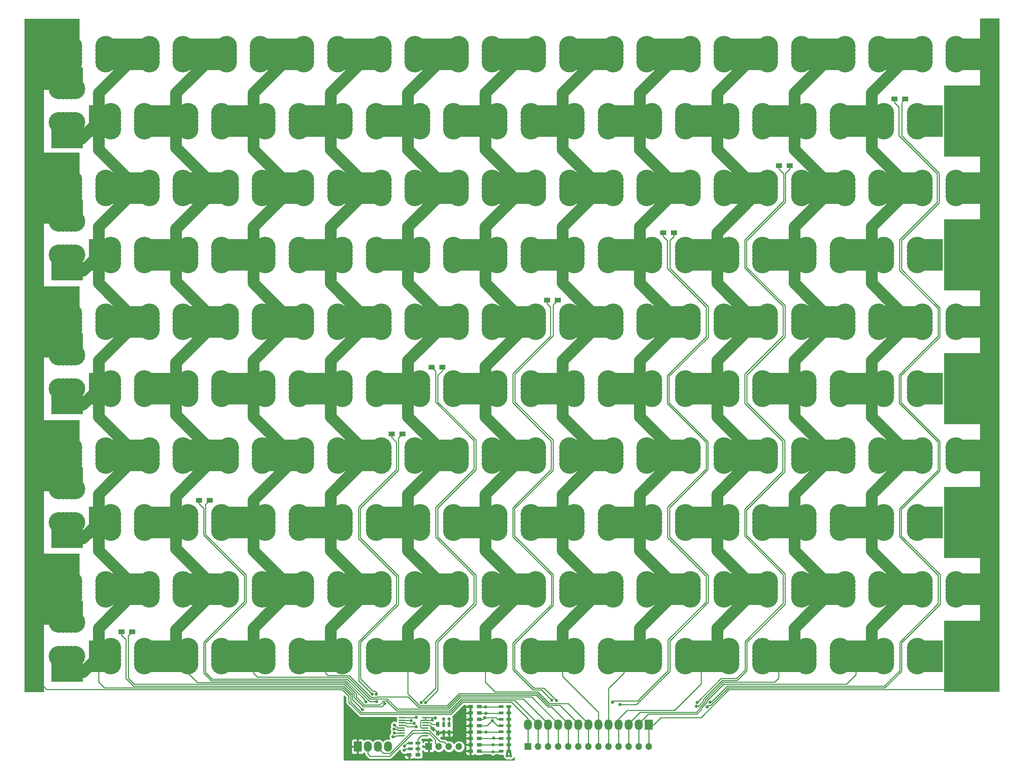
<source format=gbr>
G04 #@! TF.GenerationSoftware,KiCad,Pcbnew,(5.1.0-1152-gc9ccd8a64)*
G04 #@! TF.CreationDate,2019-07-16T09:28:44-04:00*
G04 #@! TF.ProjectId,Pack,5061636b-2e6b-4696-9361-645f70636258,rev?*
G04 #@! TF.SameCoordinates,Original*
G04 #@! TF.FileFunction,Copper,L1,Top*
G04 #@! TF.FilePolarity,Positive*
%FSLAX46Y46*%
G04 Gerber Fmt 4.6, Leading zero omitted, Abs format (unit mm)*
G04 Created by KiCad (PCBNEW (5.1.0-1152-gc9ccd8a64)) date 2019-07-16 09:28:44*
%MOMM*%
%LPD*%
G04 APERTURE LIST*
%ADD10R,1.500000X0.450000*%
%ADD11C,5.250000*%
%ADD12R,5.000000X8.000000*%
%ADD13R,8.000000X5.000000*%
%ADD14C,6.000000*%
%ADD15R,14.000000X18.000000*%
%ADD16R,5.000000X170.000000*%
%ADD17R,2.000000X2.600000*%
%ADD18O,2.000000X2.600000*%
%ADD19R,1.700000X1.700000*%
%ADD20O,1.700000X1.700000*%
%ADD21R,1.200000X0.750000*%
%ADD22R,1.500000X1.300000*%
%ADD23R,0.900000X1.200000*%
%ADD24R,1.200000X0.900000*%
%ADD25R,0.750000X1.200000*%
%ADD26C,0.800000*%
%ADD27C,0.250000*%
%ADD28C,0.500000*%
%ADD29C,3.000000*%
%ADD30C,0.254000*%
G04 APERTURE END LIST*
D10*
X101121000Y-181243400D03*
X101121000Y-180593400D03*
X101121000Y-179943400D03*
X101121000Y-179293400D03*
X101121000Y-178643400D03*
X101121000Y-177993400D03*
X101121000Y-177343400D03*
X101121000Y-176693400D03*
X95221000Y-176693400D03*
X95221000Y-177343400D03*
X95221000Y-177993400D03*
X95221000Y-178643400D03*
X95221000Y-179293400D03*
X95221000Y-179943400D03*
X95221000Y-180593400D03*
X95221000Y-181243400D03*
D11*
X205750000Y-61861000D03*
X205750000Y-60861000D03*
X205750000Y-57861000D03*
X205750000Y-58861000D03*
X197250000Y-60861000D03*
X197250000Y-61861000D03*
X197250000Y-57861000D03*
X197250000Y-58861000D03*
D12*
X194250000Y-59861000D03*
X209750000Y-59861000D03*
D11*
X197250000Y-59861000D03*
X205750000Y-59861000D03*
X225250000Y-163183000D03*
X225250000Y-162183000D03*
X225250000Y-159183000D03*
X225250000Y-160183000D03*
X216750000Y-162183000D03*
X216750000Y-163183000D03*
X216750000Y-159183000D03*
X216750000Y-160183000D03*
D12*
X213750000Y-161183000D03*
X229250000Y-161183000D03*
D11*
X216750000Y-161183000D03*
X225250000Y-161183000D03*
X30250000Y-95635000D03*
X30250000Y-94635000D03*
X30250000Y-91635000D03*
X30250000Y-92635000D03*
X21750000Y-94635000D03*
X21750000Y-95635000D03*
X21750000Y-91635000D03*
X21750000Y-92635000D03*
D12*
X18750000Y-93635000D03*
X34250000Y-93635000D03*
D11*
X21750000Y-93635000D03*
X30250000Y-93635000D03*
X59500000Y-11200000D03*
X59500000Y-10200000D03*
X59500000Y-7200000D03*
X59500000Y-8200000D03*
X51000000Y-10200000D03*
X51000000Y-11200000D03*
X51000000Y-7200000D03*
X51000000Y-8200000D03*
D12*
X48000000Y-9200000D03*
X63500000Y-9200000D03*
D11*
X51000000Y-9200000D03*
X59500000Y-9200000D03*
X49750000Y-28087000D03*
X49750000Y-27087000D03*
X49750000Y-24087000D03*
X49750000Y-25087000D03*
X41250000Y-27087000D03*
X41250000Y-28087000D03*
X41250000Y-24087000D03*
X41250000Y-25087000D03*
D12*
X38250000Y-26087000D03*
X53750000Y-26087000D03*
D11*
X41250000Y-26087000D03*
X49750000Y-26087000D03*
X30250000Y-28087000D03*
X30250000Y-27087000D03*
X30250000Y-24087000D03*
X30250000Y-25087000D03*
X21750000Y-27087000D03*
X21750000Y-28087000D03*
X21750000Y-24087000D03*
X21750000Y-25087000D03*
D12*
X18750000Y-26087000D03*
X34250000Y-26087000D03*
D11*
X21750000Y-26087000D03*
X30250000Y-26087000D03*
X8750000Y-26446000D03*
X9750000Y-26446000D03*
X12750000Y-26446000D03*
X11750000Y-26446000D03*
X9750000Y-17946000D03*
X8750000Y-17946000D03*
X12750000Y-17946000D03*
X11750000Y-17946000D03*
D13*
X10750000Y-14946000D03*
X10750000Y-30446000D03*
D11*
X10750000Y-17946000D03*
X10750000Y-26446000D03*
X20500000Y-44974000D03*
X20500000Y-43974000D03*
X20500000Y-40974000D03*
X20500000Y-41974000D03*
X12000000Y-43974000D03*
X12000000Y-44974000D03*
X12000000Y-40974000D03*
X12000000Y-41974000D03*
D12*
X9000000Y-42974000D03*
X24500000Y-42974000D03*
D11*
X12000000Y-42974000D03*
X20500000Y-42974000D03*
X49750000Y-61861000D03*
X49750000Y-60861000D03*
X49750000Y-57861000D03*
X49750000Y-58861000D03*
X41250000Y-60861000D03*
X41250000Y-61861000D03*
X41250000Y-57861000D03*
X41250000Y-58861000D03*
D12*
X38250000Y-59861000D03*
X53750000Y-59861000D03*
D11*
X41250000Y-59861000D03*
X49750000Y-59861000D03*
X30250000Y-61861000D03*
X30250000Y-60861000D03*
X30250000Y-57861000D03*
X30250000Y-58861000D03*
X21750000Y-60861000D03*
X21750000Y-61861000D03*
X21750000Y-57861000D03*
X21750000Y-58861000D03*
D12*
X18750000Y-59861000D03*
X34250000Y-59861000D03*
D11*
X21750000Y-59861000D03*
X30250000Y-59861000D03*
X8750000Y-59861000D03*
X9750000Y-59861000D03*
X12750000Y-59861000D03*
X11750000Y-59861000D03*
X9750000Y-51361000D03*
X8750000Y-51361000D03*
X12750000Y-51361000D03*
X11750000Y-51361000D03*
D13*
X10750000Y-48361000D03*
X10750000Y-63861000D03*
D11*
X10750000Y-51361000D03*
X10750000Y-59861000D03*
X60000000Y-78748000D03*
X60000000Y-77748000D03*
X60000000Y-74748000D03*
X60000000Y-75748000D03*
X51500000Y-77748000D03*
X51500000Y-78748000D03*
X51500000Y-74748000D03*
X51500000Y-75748000D03*
D12*
X48500000Y-76748000D03*
X64000000Y-76748000D03*
D11*
X51500000Y-76748000D03*
X60000000Y-76748000D03*
X40000000Y-78748000D03*
X40000000Y-77748000D03*
X40000000Y-74748000D03*
X40000000Y-75748000D03*
X31500000Y-77748000D03*
X31500000Y-78748000D03*
X31500000Y-74748000D03*
X31500000Y-75748000D03*
D12*
X28500000Y-76748000D03*
X44000000Y-76748000D03*
D11*
X31500000Y-76748000D03*
X40000000Y-76748000D03*
X20500000Y-78748000D03*
X20500000Y-77748000D03*
X20500000Y-74748000D03*
X20500000Y-75748000D03*
X12000000Y-77748000D03*
X12000000Y-78748000D03*
X12000000Y-74748000D03*
X12000000Y-75748000D03*
D12*
X9000000Y-76748000D03*
X24500000Y-76748000D03*
D11*
X12000000Y-76748000D03*
X20500000Y-76748000D03*
X49750000Y-95635000D03*
X49750000Y-94635000D03*
X49750000Y-91635000D03*
X49750000Y-92635000D03*
X41250000Y-94635000D03*
X41250000Y-95635000D03*
X41250000Y-91635000D03*
X41250000Y-92635000D03*
D12*
X38250000Y-93635000D03*
X53750000Y-93635000D03*
D11*
X41250000Y-93635000D03*
X49750000Y-93635000D03*
X60000000Y-112522000D03*
X60000000Y-111522000D03*
X60000000Y-108522000D03*
X60000000Y-109522000D03*
X51500000Y-111522000D03*
X51500000Y-112522000D03*
X51500000Y-108522000D03*
X51500000Y-109522000D03*
D12*
X48500000Y-110522000D03*
X64000000Y-110522000D03*
D11*
X51500000Y-110522000D03*
X60000000Y-110522000D03*
X40000000Y-112522000D03*
X40000000Y-111522000D03*
X40000000Y-108522000D03*
X40000000Y-109522000D03*
X31500000Y-111522000D03*
X31500000Y-112522000D03*
X31500000Y-108522000D03*
X31500000Y-109522000D03*
D12*
X28500000Y-110522000D03*
X44000000Y-110522000D03*
D11*
X31500000Y-110522000D03*
X40000000Y-110522000D03*
X20500000Y-112522000D03*
X20500000Y-111522000D03*
X20500000Y-108522000D03*
X20500000Y-109522000D03*
X12000000Y-111522000D03*
X12000000Y-112522000D03*
X12000000Y-108522000D03*
X12000000Y-109522000D03*
D12*
X9000000Y-110522000D03*
X24500000Y-110522000D03*
D11*
X12000000Y-110522000D03*
X20500000Y-110522000D03*
X49750000Y-129409000D03*
X49750000Y-128409000D03*
X49750000Y-125409000D03*
X49750000Y-126409000D03*
X41250000Y-128409000D03*
X41250000Y-129409000D03*
X41250000Y-125409000D03*
X41250000Y-126409000D03*
D12*
X38250000Y-127409000D03*
X53750000Y-127409000D03*
D11*
X41250000Y-127409000D03*
X49750000Y-127409000D03*
X30250000Y-129409000D03*
X30250000Y-128409000D03*
X30250000Y-125409000D03*
X30250000Y-126409000D03*
X21750000Y-128409000D03*
X21750000Y-129409000D03*
X21750000Y-125409000D03*
X21750000Y-126409000D03*
D12*
X18750000Y-127409000D03*
X34250000Y-127409000D03*
D11*
X21750000Y-127409000D03*
X30250000Y-127409000D03*
X8750000Y-127409000D03*
X9750000Y-127409000D03*
X12750000Y-127409000D03*
X11750000Y-127409000D03*
X9750000Y-118909000D03*
X8750000Y-118909000D03*
X12750000Y-118909000D03*
X11750000Y-118909000D03*
D13*
X10750000Y-115909000D03*
X10750000Y-131409000D03*
D11*
X10750000Y-118909000D03*
X10750000Y-127409000D03*
X60000000Y-146296000D03*
X60000000Y-145296000D03*
X60000000Y-142296000D03*
X60000000Y-143296000D03*
X51500000Y-145296000D03*
X51500000Y-146296000D03*
X51500000Y-142296000D03*
X51500000Y-143296000D03*
D12*
X48500000Y-144296000D03*
X64000000Y-144296000D03*
D11*
X51500000Y-144296000D03*
X60000000Y-144296000D03*
X40000000Y-146296000D03*
X40000000Y-145296000D03*
X40000000Y-142296000D03*
X40000000Y-143296000D03*
X31500000Y-145296000D03*
X31500000Y-146296000D03*
X31500000Y-142296000D03*
X31500000Y-143296000D03*
D12*
X28500000Y-144296000D03*
X44000000Y-144296000D03*
D11*
X31500000Y-144296000D03*
X40000000Y-144296000D03*
X20500000Y-146296000D03*
X20500000Y-145296000D03*
X20500000Y-142296000D03*
X20500000Y-143296000D03*
X12000000Y-145296000D03*
X12000000Y-146296000D03*
X12000000Y-142296000D03*
X12000000Y-143296000D03*
D12*
X9000000Y-144296000D03*
X24500000Y-144296000D03*
D11*
X12000000Y-144296000D03*
X20500000Y-144296000D03*
X8750000Y-93635000D03*
X9750000Y-93635000D03*
X12750000Y-93635000D03*
X11750000Y-93635000D03*
X9750000Y-85135000D03*
X8750000Y-85135000D03*
X12750000Y-85135000D03*
X11750000Y-85135000D03*
D13*
X10750000Y-82135000D03*
X10750000Y-97635000D03*
D11*
X10750000Y-85135000D03*
X10750000Y-93635000D03*
X60000000Y-44974000D03*
X60000000Y-43974000D03*
X60000000Y-40974000D03*
X60000000Y-41974000D03*
X51500000Y-43974000D03*
X51500000Y-44974000D03*
X51500000Y-40974000D03*
X51500000Y-41974000D03*
D12*
X48500000Y-42974000D03*
X64000000Y-42974000D03*
D11*
X51500000Y-42974000D03*
X60000000Y-42974000D03*
X40000000Y-44974000D03*
X40000000Y-43974000D03*
X40000000Y-40974000D03*
X40000000Y-41974000D03*
X31500000Y-43974000D03*
X31500000Y-44974000D03*
X31500000Y-40974000D03*
X31500000Y-41974000D03*
D12*
X28500000Y-42974000D03*
X44000000Y-42974000D03*
D11*
X31500000Y-42974000D03*
X40000000Y-42974000D03*
X40000000Y-11200000D03*
X40000000Y-10200000D03*
X40000000Y-7200000D03*
X40000000Y-8200000D03*
X31500000Y-10200000D03*
X31500000Y-11200000D03*
X31500000Y-7200000D03*
X31500000Y-8200000D03*
D12*
X28500000Y-9200000D03*
X44000000Y-9200000D03*
D11*
X31500000Y-9200000D03*
X40000000Y-9200000D03*
X20500000Y-11200000D03*
X20500000Y-10200000D03*
X20500000Y-7200000D03*
X20500000Y-8200000D03*
X12000000Y-10200000D03*
X12000000Y-11200000D03*
X12000000Y-7200000D03*
X12000000Y-8200000D03*
D12*
X9000000Y-9200000D03*
X24500000Y-9200000D03*
D11*
X12000000Y-9200000D03*
X20500000Y-9200000D03*
X235000000Y-11200000D03*
X235000000Y-10200000D03*
X235000000Y-7200000D03*
X235000000Y-8200000D03*
X226500000Y-10200000D03*
X226500000Y-11200000D03*
X226500000Y-7200000D03*
X226500000Y-8200000D03*
D12*
X223500000Y-9200000D03*
X239000000Y-9200000D03*
D11*
X226500000Y-9200000D03*
X235000000Y-9200000D03*
X215500000Y-11200000D03*
X215500000Y-10200000D03*
X215500000Y-7200000D03*
X215500000Y-8200000D03*
X207000000Y-10200000D03*
X207000000Y-11200000D03*
X207000000Y-7200000D03*
X207000000Y-8200000D03*
D12*
X204000000Y-9200000D03*
X219500000Y-9200000D03*
D11*
X207000000Y-9200000D03*
X215500000Y-9200000D03*
X196000000Y-11200000D03*
X196000000Y-10200000D03*
X196000000Y-7200000D03*
X196000000Y-8200000D03*
X187500000Y-10200000D03*
X187500000Y-11200000D03*
X187500000Y-7200000D03*
X187500000Y-8200000D03*
D12*
X184500000Y-9200000D03*
X200000000Y-9200000D03*
D11*
X187500000Y-9200000D03*
X196000000Y-9200000D03*
X176500000Y-11200000D03*
X176500000Y-10200000D03*
X176500000Y-7200000D03*
X176500000Y-8200000D03*
X168000000Y-10200000D03*
X168000000Y-11200000D03*
X168000000Y-7200000D03*
X168000000Y-8200000D03*
D12*
X165000000Y-9200000D03*
X180500000Y-9200000D03*
D11*
X168000000Y-9200000D03*
X176500000Y-9200000D03*
X157000000Y-11200000D03*
X157000000Y-10200000D03*
X157000000Y-7200000D03*
X157000000Y-8200000D03*
X148500000Y-10200000D03*
X148500000Y-11200000D03*
X148500000Y-7200000D03*
X148500000Y-8200000D03*
D12*
X145500000Y-9200000D03*
X161000000Y-9200000D03*
D11*
X148500000Y-9200000D03*
X157000000Y-9200000D03*
X137500000Y-11200000D03*
X137500000Y-10200000D03*
X137500000Y-7200000D03*
X137500000Y-8200000D03*
X129000000Y-10200000D03*
X129000000Y-11200000D03*
X129000000Y-7200000D03*
X129000000Y-8200000D03*
D12*
X126000000Y-9200000D03*
X141500000Y-9200000D03*
D11*
X129000000Y-9200000D03*
X137500000Y-9200000D03*
X118000000Y-11200000D03*
X118000000Y-10200000D03*
X118000000Y-7200000D03*
X118000000Y-8200000D03*
X109500000Y-10200000D03*
X109500000Y-11200000D03*
X109500000Y-7200000D03*
X109500000Y-8200000D03*
D12*
X106500000Y-9200000D03*
X122000000Y-9200000D03*
D11*
X109500000Y-9200000D03*
X118000000Y-9200000D03*
X98500000Y-11200000D03*
X98500000Y-10200000D03*
X98500000Y-7200000D03*
X98500000Y-8200000D03*
X90000000Y-10200000D03*
X90000000Y-11200000D03*
X90000000Y-7200000D03*
X90000000Y-8200000D03*
D12*
X87000000Y-9200000D03*
X102500000Y-9200000D03*
D11*
X90000000Y-9200000D03*
X98500000Y-9200000D03*
X79000000Y-11200000D03*
X79000000Y-10200000D03*
X79000000Y-7200000D03*
X79000000Y-8200000D03*
X70500000Y-10200000D03*
X70500000Y-11200000D03*
X70500000Y-7200000D03*
X70500000Y-8200000D03*
D12*
X67500000Y-9200000D03*
X83000000Y-9200000D03*
D11*
X70500000Y-9200000D03*
X79000000Y-9200000D03*
X225250000Y-28087000D03*
X225250000Y-27087000D03*
X225250000Y-24087000D03*
X225250000Y-25087000D03*
X216750000Y-27087000D03*
X216750000Y-28087000D03*
X216750000Y-24087000D03*
X216750000Y-25087000D03*
D12*
X213750000Y-26087000D03*
X229250000Y-26087000D03*
D11*
X216750000Y-26087000D03*
X225250000Y-26087000D03*
X205750000Y-28087000D03*
X205750000Y-27087000D03*
X205750000Y-24087000D03*
X205750000Y-25087000D03*
X197250000Y-27087000D03*
X197250000Y-28087000D03*
X197250000Y-24087000D03*
X197250000Y-25087000D03*
D12*
X194250000Y-26087000D03*
X209750000Y-26087000D03*
D11*
X197250000Y-26087000D03*
X205750000Y-26087000D03*
X186250000Y-28087000D03*
X186250000Y-27087000D03*
X186250000Y-24087000D03*
X186250000Y-25087000D03*
X177750000Y-27087000D03*
X177750000Y-28087000D03*
X177750000Y-24087000D03*
X177750000Y-25087000D03*
D12*
X174750000Y-26087000D03*
X190250000Y-26087000D03*
D11*
X177750000Y-26087000D03*
X186250000Y-26087000D03*
X166750000Y-28087000D03*
X166750000Y-27087000D03*
X166750000Y-24087000D03*
X166750000Y-25087000D03*
X158250000Y-27087000D03*
X158250000Y-28087000D03*
X158250000Y-24087000D03*
X158250000Y-25087000D03*
D12*
X155250000Y-26087000D03*
X170750000Y-26087000D03*
D11*
X158250000Y-26087000D03*
X166750000Y-26087000D03*
X147250000Y-28087000D03*
X147250000Y-27087000D03*
X147250000Y-24087000D03*
X147250000Y-25087000D03*
X138750000Y-27087000D03*
X138750000Y-28087000D03*
X138750000Y-24087000D03*
X138750000Y-25087000D03*
D12*
X135750000Y-26087000D03*
X151250000Y-26087000D03*
D11*
X138750000Y-26087000D03*
X147250000Y-26087000D03*
X127750000Y-28087000D03*
X127750000Y-27087000D03*
X127750000Y-24087000D03*
X127750000Y-25087000D03*
X119250000Y-27087000D03*
X119250000Y-28087000D03*
X119250000Y-24087000D03*
X119250000Y-25087000D03*
D12*
X116250000Y-26087000D03*
X131750000Y-26087000D03*
D11*
X119250000Y-26087000D03*
X127750000Y-26087000D03*
X108250000Y-28087000D03*
X108250000Y-27087000D03*
X108250000Y-24087000D03*
X108250000Y-25087000D03*
X99750000Y-27087000D03*
X99750000Y-28087000D03*
X99750000Y-24087000D03*
X99750000Y-25087000D03*
D12*
X96750000Y-26087000D03*
X112250000Y-26087000D03*
D11*
X99750000Y-26087000D03*
X108250000Y-26087000D03*
X88750000Y-28087000D03*
X88750000Y-27087000D03*
X88750000Y-24087000D03*
X88750000Y-25087000D03*
X80250000Y-27087000D03*
X80250000Y-28087000D03*
X80250000Y-24087000D03*
X80250000Y-25087000D03*
D12*
X77250000Y-26087000D03*
X92750000Y-26087000D03*
D11*
X80250000Y-26087000D03*
X88750000Y-26087000D03*
X69250000Y-28087000D03*
X69250000Y-27087000D03*
X69250000Y-24087000D03*
X69250000Y-25087000D03*
X60750000Y-27087000D03*
X60750000Y-28087000D03*
X60750000Y-24087000D03*
X60750000Y-25087000D03*
D12*
X57750000Y-26087000D03*
X73250000Y-26087000D03*
D11*
X60750000Y-26087000D03*
X69250000Y-26087000D03*
X235000000Y-44974000D03*
X235000000Y-43974000D03*
X235000000Y-40974000D03*
X235000000Y-41974000D03*
X226500000Y-43974000D03*
X226500000Y-44974000D03*
X226500000Y-40974000D03*
X226500000Y-41974000D03*
D12*
X223500000Y-42974000D03*
X239000000Y-42974000D03*
D11*
X226500000Y-42974000D03*
X235000000Y-42974000D03*
X215500000Y-44974000D03*
X215500000Y-43974000D03*
X215500000Y-40974000D03*
X215500000Y-41974000D03*
X207000000Y-43974000D03*
X207000000Y-44974000D03*
X207000000Y-40974000D03*
X207000000Y-41974000D03*
D12*
X204000000Y-42974000D03*
X219500000Y-42974000D03*
D11*
X207000000Y-42974000D03*
X215500000Y-42974000D03*
X196000000Y-44974000D03*
X196000000Y-43974000D03*
X196000000Y-40974000D03*
X196000000Y-41974000D03*
X187500000Y-43974000D03*
X187500000Y-44974000D03*
X187500000Y-40974000D03*
X187500000Y-41974000D03*
D12*
X184500000Y-42974000D03*
X200000000Y-42974000D03*
D11*
X187500000Y-42974000D03*
X196000000Y-42974000D03*
X176500000Y-44974000D03*
X176500000Y-43974000D03*
X176500000Y-40974000D03*
X176500000Y-41974000D03*
X168000000Y-43974000D03*
X168000000Y-44974000D03*
X168000000Y-40974000D03*
X168000000Y-41974000D03*
D12*
X165000000Y-42974000D03*
X180500000Y-42974000D03*
D11*
X168000000Y-42974000D03*
X176500000Y-42974000D03*
X157000000Y-44974000D03*
X157000000Y-43974000D03*
X157000000Y-40974000D03*
X157000000Y-41974000D03*
X148500000Y-43974000D03*
X148500000Y-44974000D03*
X148500000Y-40974000D03*
X148500000Y-41974000D03*
D12*
X145500000Y-42974000D03*
X161000000Y-42974000D03*
D11*
X148500000Y-42974000D03*
X157000000Y-42974000D03*
X137500000Y-44974000D03*
X137500000Y-43974000D03*
X137500000Y-40974000D03*
X137500000Y-41974000D03*
X129000000Y-43974000D03*
X129000000Y-44974000D03*
X129000000Y-40974000D03*
X129000000Y-41974000D03*
D12*
X126000000Y-42974000D03*
X141500000Y-42974000D03*
D11*
X129000000Y-42974000D03*
X137500000Y-42974000D03*
X118000000Y-44974000D03*
X118000000Y-43974000D03*
X118000000Y-40974000D03*
X118000000Y-41974000D03*
X109500000Y-43974000D03*
X109500000Y-44974000D03*
X109500000Y-40974000D03*
X109500000Y-41974000D03*
D12*
X106500000Y-42974000D03*
X122000000Y-42974000D03*
D11*
X109500000Y-42974000D03*
X118000000Y-42974000D03*
X98500000Y-44974000D03*
X98500000Y-43974000D03*
X98500000Y-40974000D03*
X98500000Y-41974000D03*
X90000000Y-43974000D03*
X90000000Y-44974000D03*
X90000000Y-40974000D03*
X90000000Y-41974000D03*
D12*
X87000000Y-42974000D03*
X102500000Y-42974000D03*
D11*
X90000000Y-42974000D03*
X98500000Y-42974000D03*
X79000000Y-44974000D03*
X79000000Y-43974000D03*
X79000000Y-40974000D03*
X79000000Y-41974000D03*
X70500000Y-43974000D03*
X70500000Y-44974000D03*
X70500000Y-40974000D03*
X70500000Y-41974000D03*
D12*
X67500000Y-42974000D03*
X83000000Y-42974000D03*
D11*
X70500000Y-42974000D03*
X79000000Y-42974000D03*
X225250000Y-61861000D03*
X225250000Y-60861000D03*
X225250000Y-57861000D03*
X225250000Y-58861000D03*
X216750000Y-60861000D03*
X216750000Y-61861000D03*
X216750000Y-57861000D03*
X216750000Y-58861000D03*
D12*
X213750000Y-59861000D03*
X229250000Y-59861000D03*
D11*
X216750000Y-59861000D03*
X225250000Y-59861000D03*
X186250000Y-61861000D03*
X186250000Y-60861000D03*
X186250000Y-57861000D03*
X186250000Y-58861000D03*
X177750000Y-60861000D03*
X177750000Y-61861000D03*
X177750000Y-57861000D03*
X177750000Y-58861000D03*
D12*
X174750000Y-59861000D03*
X190250000Y-59861000D03*
D11*
X177750000Y-59861000D03*
X186250000Y-59861000D03*
X166750000Y-61861000D03*
X166750000Y-60861000D03*
X166750000Y-57861000D03*
X166750000Y-58861000D03*
X158250000Y-60861000D03*
X158250000Y-61861000D03*
X158250000Y-57861000D03*
X158250000Y-58861000D03*
D12*
X155250000Y-59861000D03*
X170750000Y-59861000D03*
D11*
X158250000Y-59861000D03*
X166750000Y-59861000D03*
X147250000Y-61861000D03*
X147250000Y-60861000D03*
X147250000Y-57861000D03*
X147250000Y-58861000D03*
X138750000Y-60861000D03*
X138750000Y-61861000D03*
X138750000Y-57861000D03*
X138750000Y-58861000D03*
D12*
X135750000Y-59861000D03*
X151250000Y-59861000D03*
D11*
X138750000Y-59861000D03*
X147250000Y-59861000D03*
X127750000Y-61861000D03*
X127750000Y-60861000D03*
X127750000Y-57861000D03*
X127750000Y-58861000D03*
X119250000Y-60861000D03*
X119250000Y-61861000D03*
X119250000Y-57861000D03*
X119250000Y-58861000D03*
D12*
X116250000Y-59861000D03*
X131750000Y-59861000D03*
D11*
X119250000Y-59861000D03*
X127750000Y-59861000D03*
X108250000Y-61861000D03*
X108250000Y-60861000D03*
X108250000Y-57861000D03*
X108250000Y-58861000D03*
X99750000Y-60861000D03*
X99750000Y-61861000D03*
X99750000Y-57861000D03*
X99750000Y-58861000D03*
D12*
X96750000Y-59861000D03*
X112250000Y-59861000D03*
D11*
X99750000Y-59861000D03*
X108250000Y-59861000D03*
X88750000Y-61861000D03*
X88750000Y-60861000D03*
X88750000Y-57861000D03*
X88750000Y-58861000D03*
X80250000Y-60861000D03*
X80250000Y-61861000D03*
X80250000Y-57861000D03*
X80250000Y-58861000D03*
D12*
X77250000Y-59861000D03*
X92750000Y-59861000D03*
D11*
X80250000Y-59861000D03*
X88750000Y-59861000D03*
X69250000Y-61861000D03*
X69250000Y-60861000D03*
X69250000Y-57861000D03*
X69250000Y-58861000D03*
X60750000Y-60861000D03*
X60750000Y-61861000D03*
X60750000Y-57861000D03*
X60750000Y-58861000D03*
D12*
X57750000Y-59861000D03*
X73250000Y-59861000D03*
D11*
X60750000Y-59861000D03*
X69250000Y-59861000D03*
X235000000Y-78748000D03*
X235000000Y-77748000D03*
X235000000Y-74748000D03*
X235000000Y-75748000D03*
X226500000Y-77748000D03*
X226500000Y-78748000D03*
X226500000Y-74748000D03*
X226500000Y-75748000D03*
D12*
X223500000Y-76748000D03*
X239000000Y-76748000D03*
D11*
X226500000Y-76748000D03*
X235000000Y-76748000D03*
X215500000Y-78748000D03*
X215500000Y-77748000D03*
X215500000Y-74748000D03*
X215500000Y-75748000D03*
X207000000Y-77748000D03*
X207000000Y-78748000D03*
X207000000Y-74748000D03*
X207000000Y-75748000D03*
D12*
X204000000Y-76748000D03*
X219500000Y-76748000D03*
D11*
X207000000Y-76748000D03*
X215500000Y-76748000D03*
X196000000Y-78748000D03*
X196000000Y-77748000D03*
X196000000Y-74748000D03*
X196000000Y-75748000D03*
X187500000Y-77748000D03*
X187500000Y-78748000D03*
X187500000Y-74748000D03*
X187500000Y-75748000D03*
D12*
X184500000Y-76748000D03*
X200000000Y-76748000D03*
D11*
X187500000Y-76748000D03*
X196000000Y-76748000D03*
X176500000Y-78748000D03*
X176500000Y-77748000D03*
X176500000Y-74748000D03*
X176500000Y-75748000D03*
X168000000Y-77748000D03*
X168000000Y-78748000D03*
X168000000Y-74748000D03*
X168000000Y-75748000D03*
D12*
X165000000Y-76748000D03*
X180500000Y-76748000D03*
D11*
X168000000Y-76748000D03*
X176500000Y-76748000D03*
X157000000Y-78748000D03*
X157000000Y-77748000D03*
X157000000Y-74748000D03*
X157000000Y-75748000D03*
X148500000Y-77748000D03*
X148500000Y-78748000D03*
X148500000Y-74748000D03*
X148500000Y-75748000D03*
D12*
X145500000Y-76748000D03*
X161000000Y-76748000D03*
D11*
X148500000Y-76748000D03*
X157000000Y-76748000D03*
X137500000Y-78748000D03*
X137500000Y-77748000D03*
X137500000Y-74748000D03*
X137500000Y-75748000D03*
X129000000Y-77748000D03*
X129000000Y-78748000D03*
X129000000Y-74748000D03*
X129000000Y-75748000D03*
D12*
X126000000Y-76748000D03*
X141500000Y-76748000D03*
D11*
X129000000Y-76748000D03*
X137500000Y-76748000D03*
X118000000Y-78748000D03*
X118000000Y-77748000D03*
X118000000Y-74748000D03*
X118000000Y-75748000D03*
X109500000Y-77748000D03*
X109500000Y-78748000D03*
X109500000Y-74748000D03*
X109500000Y-75748000D03*
D12*
X106500000Y-76748000D03*
X122000000Y-76748000D03*
D11*
X109500000Y-76748000D03*
X118000000Y-76748000D03*
X98500000Y-78748000D03*
X98500000Y-77748000D03*
X98500000Y-74748000D03*
X98500000Y-75748000D03*
X90000000Y-77748000D03*
X90000000Y-78748000D03*
X90000000Y-74748000D03*
X90000000Y-75748000D03*
D12*
X87000000Y-76748000D03*
X102500000Y-76748000D03*
D11*
X90000000Y-76748000D03*
X98500000Y-76748000D03*
X79000000Y-78748000D03*
X79000000Y-77748000D03*
X79000000Y-74748000D03*
X79000000Y-75748000D03*
X70500000Y-77748000D03*
X70500000Y-78748000D03*
X70500000Y-74748000D03*
X70500000Y-75748000D03*
D12*
X67500000Y-76748000D03*
X83000000Y-76748000D03*
D11*
X70500000Y-76748000D03*
X79000000Y-76748000D03*
X225250000Y-95635000D03*
X225250000Y-94635000D03*
X225250000Y-91635000D03*
X225250000Y-92635000D03*
X216750000Y-94635000D03*
X216750000Y-95635000D03*
X216750000Y-91635000D03*
X216750000Y-92635000D03*
D12*
X213750000Y-93635000D03*
X229250000Y-93635000D03*
D11*
X216750000Y-93635000D03*
X225250000Y-93635000D03*
X205750000Y-95635000D03*
X205750000Y-94635000D03*
X205750000Y-91635000D03*
X205750000Y-92635000D03*
X197250000Y-94635000D03*
X197250000Y-95635000D03*
X197250000Y-91635000D03*
X197250000Y-92635000D03*
D12*
X194250000Y-93635000D03*
X209750000Y-93635000D03*
D11*
X197250000Y-93635000D03*
X205750000Y-93635000D03*
X186250000Y-95635000D03*
X186250000Y-94635000D03*
X186250000Y-91635000D03*
X186250000Y-92635000D03*
X177750000Y-94635000D03*
X177750000Y-95635000D03*
X177750000Y-91635000D03*
X177750000Y-92635000D03*
D12*
X174750000Y-93635000D03*
X190250000Y-93635000D03*
D11*
X177750000Y-93635000D03*
X186250000Y-93635000D03*
X166750000Y-95635000D03*
X166750000Y-94635000D03*
X166750000Y-91635000D03*
X166750000Y-92635000D03*
X158250000Y-94635000D03*
X158250000Y-95635000D03*
X158250000Y-91635000D03*
X158250000Y-92635000D03*
D12*
X155250000Y-93635000D03*
X170750000Y-93635000D03*
D11*
X158250000Y-93635000D03*
X166750000Y-93635000D03*
X147250000Y-95635000D03*
X147250000Y-94635000D03*
X147250000Y-91635000D03*
X147250000Y-92635000D03*
X138750000Y-94635000D03*
X138750000Y-95635000D03*
X138750000Y-91635000D03*
X138750000Y-92635000D03*
D12*
X135750000Y-93635000D03*
X151250000Y-93635000D03*
D11*
X138750000Y-93635000D03*
X147250000Y-93635000D03*
X127750000Y-95635000D03*
X127750000Y-94635000D03*
X127750000Y-91635000D03*
X127750000Y-92635000D03*
X119250000Y-94635000D03*
X119250000Y-95635000D03*
X119250000Y-91635000D03*
X119250000Y-92635000D03*
D12*
X116250000Y-93635000D03*
X131750000Y-93635000D03*
D11*
X119250000Y-93635000D03*
X127750000Y-93635000D03*
X108250000Y-95635000D03*
X108250000Y-94635000D03*
X108250000Y-91635000D03*
X108250000Y-92635000D03*
X99750000Y-94635000D03*
X99750000Y-95635000D03*
X99750000Y-91635000D03*
X99750000Y-92635000D03*
D12*
X96750000Y-93635000D03*
X112250000Y-93635000D03*
D11*
X99750000Y-93635000D03*
X108250000Y-93635000D03*
X88750000Y-95635000D03*
X88750000Y-94635000D03*
X88750000Y-91635000D03*
X88750000Y-92635000D03*
X80250000Y-94635000D03*
X80250000Y-95635000D03*
X80250000Y-91635000D03*
X80250000Y-92635000D03*
D12*
X77250000Y-93635000D03*
X92750000Y-93635000D03*
D11*
X80250000Y-93635000D03*
X88750000Y-93635000D03*
X69250000Y-95635000D03*
X69250000Y-94635000D03*
X69250000Y-91635000D03*
X69250000Y-92635000D03*
X60750000Y-94635000D03*
X60750000Y-95635000D03*
X60750000Y-91635000D03*
X60750000Y-92635000D03*
D12*
X57750000Y-93635000D03*
X73250000Y-93635000D03*
D11*
X60750000Y-93635000D03*
X69250000Y-93635000D03*
X235000000Y-112522000D03*
X235000000Y-111522000D03*
X235000000Y-108522000D03*
X235000000Y-109522000D03*
X226500000Y-111522000D03*
X226500000Y-112522000D03*
X226500000Y-108522000D03*
X226500000Y-109522000D03*
D12*
X223500000Y-110522000D03*
X239000000Y-110522000D03*
D11*
X226500000Y-110522000D03*
X235000000Y-110522000D03*
X215500000Y-112522000D03*
X215500000Y-111522000D03*
X215500000Y-108522000D03*
X215500000Y-109522000D03*
X207000000Y-111522000D03*
X207000000Y-112522000D03*
X207000000Y-108522000D03*
X207000000Y-109522000D03*
D12*
X204000000Y-110522000D03*
X219500000Y-110522000D03*
D11*
X207000000Y-110522000D03*
X215500000Y-110522000D03*
X196000000Y-112522000D03*
X196000000Y-111522000D03*
X196000000Y-108522000D03*
X196000000Y-109522000D03*
X187500000Y-111522000D03*
X187500000Y-112522000D03*
X187500000Y-108522000D03*
X187500000Y-109522000D03*
D12*
X184500000Y-110522000D03*
X200000000Y-110522000D03*
D11*
X187500000Y-110522000D03*
X196000000Y-110522000D03*
X176500000Y-112522000D03*
X176500000Y-111522000D03*
X176500000Y-108522000D03*
X176500000Y-109522000D03*
X168000000Y-111522000D03*
X168000000Y-112522000D03*
X168000000Y-108522000D03*
X168000000Y-109522000D03*
D12*
X165000000Y-110522000D03*
X180500000Y-110522000D03*
D11*
X168000000Y-110522000D03*
X176500000Y-110522000D03*
X157000000Y-112522000D03*
X157000000Y-111522000D03*
X157000000Y-108522000D03*
X157000000Y-109522000D03*
X148500000Y-111522000D03*
X148500000Y-112522000D03*
X148500000Y-108522000D03*
X148500000Y-109522000D03*
D12*
X145500000Y-110522000D03*
X161000000Y-110522000D03*
D11*
X148500000Y-110522000D03*
X157000000Y-110522000D03*
X137500000Y-112522000D03*
X137500000Y-111522000D03*
X137500000Y-108522000D03*
X137500000Y-109522000D03*
X129000000Y-111522000D03*
X129000000Y-112522000D03*
X129000000Y-108522000D03*
X129000000Y-109522000D03*
D12*
X126000000Y-110522000D03*
X141500000Y-110522000D03*
D11*
X129000000Y-110522000D03*
X137500000Y-110522000D03*
X118000000Y-112522000D03*
X118000000Y-111522000D03*
X118000000Y-108522000D03*
X118000000Y-109522000D03*
X109500000Y-111522000D03*
X109500000Y-112522000D03*
X109500000Y-108522000D03*
X109500000Y-109522000D03*
D12*
X106500000Y-110522000D03*
X122000000Y-110522000D03*
D11*
X109500000Y-110522000D03*
X118000000Y-110522000D03*
X98500000Y-112522000D03*
X98500000Y-111522000D03*
X98500000Y-108522000D03*
X98500000Y-109522000D03*
X90000000Y-111522000D03*
X90000000Y-112522000D03*
X90000000Y-108522000D03*
X90000000Y-109522000D03*
D12*
X87000000Y-110522000D03*
X102500000Y-110522000D03*
D11*
X90000000Y-110522000D03*
X98500000Y-110522000D03*
X79000000Y-112522000D03*
X79000000Y-111522000D03*
X79000000Y-108522000D03*
X79000000Y-109522000D03*
X70500000Y-111522000D03*
X70500000Y-112522000D03*
X70500000Y-108522000D03*
X70500000Y-109522000D03*
D12*
X67500000Y-110522000D03*
X83000000Y-110522000D03*
D11*
X70500000Y-110522000D03*
X79000000Y-110522000D03*
X225250000Y-129409000D03*
X225250000Y-128409000D03*
X225250000Y-125409000D03*
X225250000Y-126409000D03*
X216750000Y-128409000D03*
X216750000Y-129409000D03*
X216750000Y-125409000D03*
X216750000Y-126409000D03*
D12*
X213750000Y-127409000D03*
X229250000Y-127409000D03*
D11*
X216750000Y-127409000D03*
X225250000Y-127409000D03*
X205750000Y-129409000D03*
X205750000Y-128409000D03*
X205750000Y-125409000D03*
X205750000Y-126409000D03*
X197250000Y-128409000D03*
X197250000Y-129409000D03*
X197250000Y-125409000D03*
X197250000Y-126409000D03*
D12*
X194250000Y-127409000D03*
X209750000Y-127409000D03*
D11*
X197250000Y-127409000D03*
X205750000Y-127409000D03*
X186250000Y-129409000D03*
X186250000Y-128409000D03*
X186250000Y-125409000D03*
X186250000Y-126409000D03*
X177750000Y-128409000D03*
X177750000Y-129409000D03*
X177750000Y-125409000D03*
X177750000Y-126409000D03*
D12*
X174750000Y-127409000D03*
X190250000Y-127409000D03*
D11*
X177750000Y-127409000D03*
X186250000Y-127409000D03*
X166750000Y-129409000D03*
X166750000Y-128409000D03*
X166750000Y-125409000D03*
X166750000Y-126409000D03*
X158250000Y-128409000D03*
X158250000Y-129409000D03*
X158250000Y-125409000D03*
X158250000Y-126409000D03*
D12*
X155250000Y-127409000D03*
X170750000Y-127409000D03*
D11*
X158250000Y-127409000D03*
X166750000Y-127409000D03*
X147250000Y-129409000D03*
X147250000Y-128409000D03*
X147250000Y-125409000D03*
X147250000Y-126409000D03*
X138750000Y-128409000D03*
X138750000Y-129409000D03*
X138750000Y-125409000D03*
X138750000Y-126409000D03*
D12*
X135750000Y-127409000D03*
X151250000Y-127409000D03*
D11*
X138750000Y-127409000D03*
X147250000Y-127409000D03*
X127750000Y-129409000D03*
X127750000Y-128409000D03*
X127750000Y-125409000D03*
X127750000Y-126409000D03*
X119250000Y-128409000D03*
X119250000Y-129409000D03*
X119250000Y-125409000D03*
X119250000Y-126409000D03*
D12*
X116250000Y-127409000D03*
X131750000Y-127409000D03*
D11*
X119250000Y-127409000D03*
X127750000Y-127409000D03*
X108250000Y-129409000D03*
X108250000Y-128409000D03*
X108250000Y-125409000D03*
X108250000Y-126409000D03*
X99750000Y-128409000D03*
X99750000Y-129409000D03*
X99750000Y-125409000D03*
X99750000Y-126409000D03*
D12*
X96750000Y-127409000D03*
X112250000Y-127409000D03*
D11*
X99750000Y-127409000D03*
X108250000Y-127409000D03*
X88750000Y-129409000D03*
X88750000Y-128409000D03*
X88750000Y-125409000D03*
X88750000Y-126409000D03*
X80250000Y-128409000D03*
X80250000Y-129409000D03*
X80250000Y-125409000D03*
X80250000Y-126409000D03*
D12*
X77250000Y-127409000D03*
X92750000Y-127409000D03*
D11*
X80250000Y-127409000D03*
X88750000Y-127409000D03*
X69250000Y-129409000D03*
X69250000Y-128409000D03*
X69250000Y-125409000D03*
X69250000Y-126409000D03*
X60750000Y-128409000D03*
X60750000Y-129409000D03*
X60750000Y-125409000D03*
X60750000Y-126409000D03*
D12*
X57750000Y-127409000D03*
X73250000Y-127409000D03*
D11*
X60750000Y-127409000D03*
X69250000Y-127409000D03*
X235000000Y-146296000D03*
X235000000Y-145296000D03*
X235000000Y-142296000D03*
X235000000Y-143296000D03*
X226500000Y-145296000D03*
X226500000Y-146296000D03*
X226500000Y-142296000D03*
X226500000Y-143296000D03*
D12*
X223500000Y-144296000D03*
X239000000Y-144296000D03*
D11*
X226500000Y-144296000D03*
X235000000Y-144296000D03*
X215500000Y-146296000D03*
X215500000Y-145296000D03*
X215500000Y-142296000D03*
X215500000Y-143296000D03*
X207000000Y-145296000D03*
X207000000Y-146296000D03*
X207000000Y-142296000D03*
X207000000Y-143296000D03*
D12*
X204000000Y-144296000D03*
X219500000Y-144296000D03*
D11*
X207000000Y-144296000D03*
X215500000Y-144296000D03*
X196000000Y-146296000D03*
X196000000Y-145296000D03*
X196000000Y-142296000D03*
X196000000Y-143296000D03*
X187500000Y-145296000D03*
X187500000Y-146296000D03*
X187500000Y-142296000D03*
X187500000Y-143296000D03*
D12*
X184500000Y-144296000D03*
X200000000Y-144296000D03*
D11*
X187500000Y-144296000D03*
X196000000Y-144296000D03*
X176500000Y-146296000D03*
X176500000Y-145296000D03*
X176500000Y-142296000D03*
X176500000Y-143296000D03*
X168000000Y-145296000D03*
X168000000Y-146296000D03*
X168000000Y-142296000D03*
X168000000Y-143296000D03*
D12*
X165000000Y-144296000D03*
X180500000Y-144296000D03*
D11*
X168000000Y-144296000D03*
X176500000Y-144296000D03*
X157000000Y-146296000D03*
X157000000Y-145296000D03*
X157000000Y-142296000D03*
X157000000Y-143296000D03*
X148500000Y-145296000D03*
X148500000Y-146296000D03*
X148500000Y-142296000D03*
X148500000Y-143296000D03*
D12*
X145500000Y-144296000D03*
X161000000Y-144296000D03*
D11*
X148500000Y-144296000D03*
X157000000Y-144296000D03*
X137500000Y-146296000D03*
X137500000Y-145296000D03*
X137500000Y-142296000D03*
X137500000Y-143296000D03*
X129000000Y-145296000D03*
X129000000Y-146296000D03*
X129000000Y-142296000D03*
X129000000Y-143296000D03*
D12*
X126000000Y-144296000D03*
X141500000Y-144296000D03*
D11*
X129000000Y-144296000D03*
X137500000Y-144296000D03*
X118000000Y-146296000D03*
X118000000Y-145296000D03*
X118000000Y-142296000D03*
X118000000Y-143296000D03*
X109500000Y-145296000D03*
X109500000Y-146296000D03*
X109500000Y-142296000D03*
X109500000Y-143296000D03*
D12*
X106500000Y-144296000D03*
X122000000Y-144296000D03*
D11*
X109500000Y-144296000D03*
X118000000Y-144296000D03*
X98500000Y-146296000D03*
X98500000Y-145296000D03*
X98500000Y-142296000D03*
X98500000Y-143296000D03*
X90000000Y-145296000D03*
X90000000Y-146296000D03*
X90000000Y-142296000D03*
X90000000Y-143296000D03*
D12*
X87000000Y-144296000D03*
X102500000Y-144296000D03*
D11*
X90000000Y-144296000D03*
X98500000Y-144296000D03*
X79000000Y-146296000D03*
X79000000Y-145296000D03*
X79000000Y-142296000D03*
X79000000Y-143296000D03*
X70500000Y-145296000D03*
X70500000Y-146296000D03*
X70500000Y-142296000D03*
X70500000Y-143296000D03*
D12*
X67500000Y-144296000D03*
X83000000Y-144296000D03*
D11*
X70500000Y-144296000D03*
X79000000Y-144296000D03*
X205750000Y-163183000D03*
X205750000Y-162183000D03*
X205750000Y-159183000D03*
X205750000Y-160183000D03*
X197250000Y-162183000D03*
X197250000Y-163183000D03*
X197250000Y-159183000D03*
X197250000Y-160183000D03*
D12*
X194250000Y-161183000D03*
X209750000Y-161183000D03*
D11*
X197250000Y-161183000D03*
X205750000Y-161183000D03*
X186250000Y-163183000D03*
X186250000Y-162183000D03*
X186250000Y-159183000D03*
X186250000Y-160183000D03*
X177750000Y-162183000D03*
X177750000Y-163183000D03*
X177750000Y-159183000D03*
X177750000Y-160183000D03*
D12*
X174750000Y-161183000D03*
X190250000Y-161183000D03*
D11*
X177750000Y-161183000D03*
X186250000Y-161183000D03*
X166750000Y-163183000D03*
X166750000Y-162183000D03*
X166750000Y-159183000D03*
X166750000Y-160183000D03*
X158250000Y-162183000D03*
X158250000Y-163183000D03*
X158250000Y-159183000D03*
X158250000Y-160183000D03*
D12*
X155250000Y-161183000D03*
X170750000Y-161183000D03*
D11*
X158250000Y-161183000D03*
X166750000Y-161183000D03*
X147250000Y-163183000D03*
X147250000Y-162183000D03*
X147250000Y-159183000D03*
X147250000Y-160183000D03*
X138750000Y-162183000D03*
X138750000Y-163183000D03*
X138750000Y-159183000D03*
X138750000Y-160183000D03*
D12*
X135750000Y-161183000D03*
X151250000Y-161183000D03*
D11*
X138750000Y-161183000D03*
X147250000Y-161183000D03*
X127750000Y-163183000D03*
X127750000Y-162183000D03*
X127750000Y-159183000D03*
X127750000Y-160183000D03*
X119250000Y-162183000D03*
X119250000Y-163183000D03*
X119250000Y-159183000D03*
X119250000Y-160183000D03*
D12*
X116250000Y-161183000D03*
X131750000Y-161183000D03*
D11*
X119250000Y-161183000D03*
X127750000Y-161183000D03*
X108250000Y-163183000D03*
X108250000Y-162183000D03*
X108250000Y-159183000D03*
X108250000Y-160183000D03*
X99750000Y-162183000D03*
X99750000Y-163183000D03*
X99750000Y-159183000D03*
X99750000Y-160183000D03*
D12*
X96750000Y-161183000D03*
X112250000Y-161183000D03*
D11*
X99750000Y-161183000D03*
X108250000Y-161183000D03*
X88750000Y-163183000D03*
X88750000Y-162183000D03*
X88750000Y-159183000D03*
X88750000Y-160183000D03*
X80250000Y-162183000D03*
X80250000Y-163183000D03*
X80250000Y-159183000D03*
X80250000Y-160183000D03*
D12*
X77250000Y-161183000D03*
X92750000Y-161183000D03*
D11*
X80250000Y-161183000D03*
X88750000Y-161183000D03*
X69250000Y-163183000D03*
X69250000Y-162183000D03*
X69250000Y-159183000D03*
X69250000Y-160183000D03*
X60750000Y-162183000D03*
X60750000Y-163183000D03*
X60750000Y-159183000D03*
X60750000Y-160183000D03*
D12*
X57750000Y-161183000D03*
X73250000Y-161183000D03*
D11*
X60750000Y-161183000D03*
X69250000Y-161183000D03*
X49750000Y-163183000D03*
X49750000Y-162183000D03*
X49750000Y-159183000D03*
X49750000Y-160183000D03*
X41250000Y-162183000D03*
X41250000Y-163183000D03*
X41250000Y-159183000D03*
X41250000Y-160183000D03*
D12*
X38250000Y-161183000D03*
X53750000Y-161183000D03*
D11*
X41250000Y-161183000D03*
X49750000Y-161183000D03*
X30250000Y-163183000D03*
X30250000Y-162183000D03*
X30250000Y-159183000D03*
X30250000Y-160183000D03*
X21750000Y-162183000D03*
X21750000Y-163183000D03*
X21750000Y-159183000D03*
X21750000Y-160183000D03*
D12*
X18750000Y-161183000D03*
X34250000Y-161183000D03*
D11*
X21750000Y-161183000D03*
X30250000Y-161183000D03*
X8750000Y-161183000D03*
X9750000Y-161183000D03*
X12750000Y-161183000D03*
X11750000Y-161183000D03*
X9750000Y-152683000D03*
X8750000Y-152683000D03*
X12750000Y-152683000D03*
X11750000Y-152683000D03*
D13*
X10750000Y-149683000D03*
X10750000Y-165183000D03*
D11*
X10750000Y-152683000D03*
X10750000Y-161183000D03*
D14*
X240500000Y-59861000D03*
X240500000Y-93635000D03*
X240500000Y-127409000D03*
X240500000Y-161183000D03*
X240500000Y-26097000D03*
D15*
X239000000Y-161183000D03*
X239000000Y-127409000D03*
X239000000Y-93635000D03*
X239000000Y-26097000D03*
X239000000Y-59861000D03*
D16*
X243500000Y-85183000D03*
D14*
X5500000Y-110532000D03*
X5500000Y-76758000D03*
X5500000Y-42984000D03*
X5500000Y-9210000D03*
X5500000Y-144296000D03*
D15*
X7000000Y-9210000D03*
X7000000Y-42984000D03*
X7000000Y-76758000D03*
X7000000Y-144296000D03*
X7000000Y-110532000D03*
D16*
X2500000Y-85210000D03*
D17*
X157500000Y-178500000D03*
D18*
X154960000Y-178500000D03*
X152420000Y-178500000D03*
X149880000Y-178500000D03*
X147340000Y-178500000D03*
X144800000Y-178500000D03*
X142260000Y-178500000D03*
X139720000Y-178500000D03*
X137180000Y-178500000D03*
X134640000Y-178500000D03*
X132100000Y-178500000D03*
X129560000Y-178500000D03*
X127020000Y-178500000D03*
D19*
X102000000Y-184000000D03*
D20*
X104540000Y-184000000D03*
X107080000Y-184000000D03*
X109620000Y-184000000D03*
D21*
X99288400Y-183143400D03*
X97388400Y-183143400D03*
X99288400Y-184543400D03*
X97388400Y-184543400D03*
D22*
X219503000Y-20497800D03*
X222203000Y-20497800D03*
X190369200Y-37287200D03*
X193069200Y-37287200D03*
X161133800Y-54279800D03*
X163833800Y-54279800D03*
D23*
X104292400Y-180576400D03*
X104292400Y-178376400D03*
D24*
X97071000Y-186055000D03*
X99271000Y-186055000D03*
X112544200Y-173933000D03*
X114744200Y-173933000D03*
X112544200Y-175533000D03*
X114744200Y-175533000D03*
X112544200Y-177133000D03*
X114744200Y-177133000D03*
X112544200Y-178733000D03*
X114744200Y-178733000D03*
X112544200Y-180333000D03*
X114744200Y-180333000D03*
X112544200Y-181933000D03*
X114744200Y-181933000D03*
X112544200Y-183533000D03*
X114744200Y-183533000D03*
X112544200Y-185133000D03*
X114744200Y-185133000D03*
D17*
X84100000Y-184000000D03*
D18*
X86640000Y-184000000D03*
X89180000Y-184000000D03*
X91720000Y-184000000D03*
D25*
X107162600Y-180401000D03*
X107162600Y-178501000D03*
X105765600Y-180401000D03*
X105765600Y-178501000D03*
D21*
X120293200Y-173933000D03*
X122193200Y-173933000D03*
X120293200Y-175533000D03*
X122193200Y-175533000D03*
X120293200Y-177133000D03*
X122193200Y-177133000D03*
X120293200Y-178733000D03*
X122193200Y-178733000D03*
X120293200Y-180233000D03*
X122193200Y-180233000D03*
X120293200Y-181933000D03*
X122193200Y-181933000D03*
X120293200Y-183533000D03*
X122193200Y-183533000D03*
X120293200Y-185133000D03*
X122193200Y-185133000D03*
D19*
X127000000Y-184000000D03*
D20*
X129540000Y-184000000D03*
X132080000Y-184000000D03*
X134620000Y-184000000D03*
X137160000Y-184000000D03*
X139700000Y-184000000D03*
X142240000Y-184000000D03*
X144780000Y-184000000D03*
X147320000Y-184000000D03*
X149860000Y-184000000D03*
X152400000Y-184000000D03*
X154940000Y-184000000D03*
X157480000Y-184000000D03*
D22*
X131847600Y-71297800D03*
X134547600Y-71297800D03*
X102739200Y-88214200D03*
X105439200Y-88214200D03*
X92680800Y-105054400D03*
X95380800Y-105054400D03*
X44065200Y-121793000D03*
X46765200Y-121793000D03*
X24481800Y-154990800D03*
X27181800Y-154990800D03*
D26*
X169686204Y-172867514D03*
X169495583Y-173849190D03*
X150266400Y-173399179D03*
X172895253Y-172793661D03*
X172262800Y-173964600D03*
X118371335Y-181871335D03*
X103682800Y-176758600D03*
X122631200Y-186309000D03*
X121793032Y-186309000D03*
X86109892Y-172713379D03*
X95808800Y-184886600D03*
X95859600Y-183870600D03*
X118211600Y-185293000D03*
X118033800Y-177419000D03*
X118186200Y-183515000D03*
X116433600Y-180340000D03*
X98831400Y-176592390D03*
X98867224Y-179006840D03*
X98362716Y-178143420D03*
X97586676Y-177418410D03*
X102874738Y-177303590D03*
X116105821Y-176693990D03*
X116408200Y-175590200D03*
X116382800Y-173964600D03*
X87749677Y-170778998D03*
X85260465Y-174632335D03*
X90907527Y-173170579D03*
X88830421Y-172665767D03*
X88757011Y-170763143D03*
X92974571Y-181481599D03*
X93289530Y-179560472D03*
X93358251Y-180558120D03*
X93345000Y-178562000D03*
X133044556Y-172276610D03*
X134233660Y-172378210D03*
X148336000Y-172821600D03*
X105765600Y-177012600D03*
X107162600Y-177038000D03*
X100135384Y-172892324D03*
X101212581Y-172892324D03*
D27*
X162763200Y-123674010D02*
X162763200Y-131062589D01*
X172484211Y-140783600D02*
X172484211Y-147582599D01*
X182168800Y-62941199D02*
X191864411Y-72636810D01*
X162610800Y-90527011D02*
X162610800Y-97205800D01*
X191762811Y-106723610D02*
X191762811Y-114637389D01*
X163833800Y-55179800D02*
X162833800Y-56179800D01*
X191864411Y-148038389D02*
X182245000Y-157657800D01*
X163833800Y-54279800D02*
X163833800Y-55179800D01*
X182219600Y-97180400D02*
X191762811Y-106723610D01*
X193069200Y-37287200D02*
X193069200Y-38187200D01*
X191414400Y-80213200D02*
X181762400Y-89865200D01*
X191991411Y-39264989D02*
X191991411Y-46439800D01*
X176076899Y-167266189D02*
X171270229Y-172072859D01*
X191991411Y-46439800D02*
X182168800Y-56262410D01*
X172484211Y-147582599D02*
X162806811Y-157259999D01*
X182161611Y-124238589D02*
X182161611Y-130650410D01*
X181794989Y-157471400D02*
X181794989Y-164635611D01*
X182168800Y-56262410D02*
X182168800Y-62941199D01*
X182245000Y-157657800D02*
X182245000Y-164822011D01*
X182245000Y-164822011D02*
X179800822Y-167266189D01*
X171270229Y-172072859D02*
X171270229Y-172501816D01*
X162806811Y-164981600D02*
X154389232Y-173399179D01*
X162763200Y-131062589D02*
X172484211Y-140783600D01*
X191864411Y-80525189D02*
X182219600Y-90170000D01*
X162833800Y-63264389D02*
X172458811Y-72889400D01*
X191541400Y-46253400D02*
X181718789Y-56076010D01*
X191762811Y-114637389D02*
X182161611Y-124238589D01*
X191312800Y-114450989D02*
X181711600Y-124052189D01*
X181718789Y-63127599D02*
X191414400Y-72823210D01*
X181762400Y-89865200D02*
X181762400Y-97359610D01*
X181718789Y-56076010D02*
X181718789Y-63127599D01*
X191312800Y-106910010D02*
X191312800Y-114450989D01*
X191414400Y-72823210D02*
X191414400Y-80213200D01*
X181711600Y-124052189D02*
X181711600Y-130836810D01*
X191541400Y-39359400D02*
X191541400Y-46253400D01*
X181711600Y-130836810D02*
X191414400Y-140539610D01*
X171270229Y-172501816D02*
X169922855Y-173849190D01*
X179614422Y-166816178D02*
X175737540Y-166816178D01*
X172458811Y-80679000D02*
X162610800Y-90527011D01*
X181762400Y-97359610D02*
X191312800Y-106910010D01*
X179800822Y-167266189D02*
X176076899Y-167266189D01*
X181794989Y-164635611D02*
X179614422Y-166816178D01*
X193069200Y-38187200D02*
X191991411Y-39264989D01*
X191414400Y-147851989D02*
X181794989Y-157471400D01*
X190369200Y-38187200D02*
X191541400Y-39359400D01*
X191414400Y-140539610D02*
X191414400Y-147851989D01*
X190369200Y-37287200D02*
X190369200Y-38187200D01*
X170086203Y-172467515D02*
X169686204Y-172867514D01*
X172408011Y-114029200D02*
X162763200Y-123674010D01*
X191864411Y-140353210D02*
X191864411Y-148038389D01*
X150832085Y-173399179D02*
X150266400Y-173399179D01*
X154389232Y-173399179D02*
X150832085Y-173399179D01*
X162806811Y-157259999D02*
X162806811Y-164981600D01*
X182161611Y-130650410D02*
X191864411Y-140353210D01*
X162610800Y-97205800D02*
X172408011Y-107003011D01*
X182219600Y-90170000D02*
X182219600Y-97180400D01*
X175737540Y-166816178D02*
X170086203Y-172467515D01*
X172458811Y-72889400D02*
X172458811Y-80679000D01*
X172408011Y-107003011D02*
X172408011Y-114029200D01*
X169922855Y-173849190D02*
X169495583Y-173849190D01*
X162833800Y-56179800D02*
X162833800Y-63264389D01*
X191864411Y-72636810D02*
X191864411Y-80525189D01*
X219503000Y-21397800D02*
X220599000Y-22493800D01*
X220599000Y-22493800D02*
X220599000Y-29692600D01*
X230276400Y-39370000D02*
X230276400Y-46532800D01*
X230276400Y-46532800D02*
X220783989Y-56025210D01*
X220783989Y-56025210D02*
X220783989Y-63711800D01*
X220783989Y-63711800D02*
X230454200Y-73382011D01*
X230454200Y-80364190D02*
X220682389Y-90136000D01*
X220751400Y-123925189D02*
X220751400Y-130963811D01*
X220802200Y-157605589D02*
X220802200Y-164795200D01*
X230454200Y-73382011D02*
X230454200Y-80364190D01*
X216882432Y-168714968D02*
X177362854Y-168714968D01*
X160593000Y-176657000D02*
X158750000Y-178500000D01*
X158750000Y-178500000D02*
X157500000Y-178500000D01*
X219503000Y-20497800D02*
X219503000Y-21397800D01*
X170693643Y-176657000D02*
X160593000Y-176657000D01*
X177735653Y-169614990D02*
X170693643Y-176657000D01*
X220599000Y-29692600D02*
X230276400Y-39370000D01*
X173284161Y-172793661D02*
X172895253Y-172793661D01*
X220802200Y-164795200D02*
X216882432Y-168714968D01*
X230530400Y-147877390D02*
X220802200Y-157605589D01*
X220751400Y-130963811D02*
X230530400Y-140742811D01*
X177362854Y-168714968D02*
X173284161Y-172793661D01*
X230530400Y-140742811D02*
X230530400Y-147877390D01*
X220682389Y-90136000D02*
X220682389Y-97290600D01*
X230461389Y-114215201D02*
X220751400Y-123925189D01*
X230461389Y-107069600D02*
X230461389Y-114215201D01*
X220682389Y-97290600D02*
X230461389Y-107069600D01*
X240500000Y-161183000D02*
X232068010Y-169614990D01*
X232068010Y-169614990D02*
X177735653Y-169614990D01*
X114744200Y-181933000D02*
X118309670Y-181933000D01*
X118309670Y-181933000D02*
X118371335Y-181871335D01*
X118433000Y-181933000D02*
X118371335Y-181871335D01*
X120293200Y-181933000D02*
X118433000Y-181933000D01*
X162356800Y-164795200D02*
X154730399Y-172421601D01*
X171983400Y-147447000D02*
X162356800Y-157073599D01*
X162160789Y-97392200D02*
X171958000Y-107189411D01*
X162280600Y-131241800D02*
X171983400Y-140944600D01*
X162280600Y-123520200D02*
X162280600Y-131241800D01*
X171958000Y-113842800D02*
X162280600Y-123520200D01*
X161133800Y-54279800D02*
X161133800Y-55179800D01*
X171983400Y-140944600D02*
X171983400Y-147447000D01*
X162356800Y-157073599D02*
X162356800Y-164795200D01*
X162179000Y-56225000D02*
X162179000Y-63246000D01*
X162160789Y-90340611D02*
X162160789Y-97392200D01*
X171958000Y-107189411D02*
X171958000Y-113842800D01*
X172008800Y-73075800D02*
X172008800Y-80492600D01*
X162179000Y-63246000D02*
X172008800Y-73075800D01*
X161133800Y-55179800D02*
X162179000Y-56225000D01*
X172008800Y-80492600D02*
X162160789Y-90340611D01*
X154730399Y-172421601D02*
X148735999Y-172421601D01*
X148735999Y-172421601D02*
X148336000Y-172821600D01*
X101121000Y-176693400D02*
X103617600Y-176693400D01*
X103617600Y-176693400D02*
X103682800Y-176758600D01*
X157500000Y-178500000D02*
X157500000Y-183980000D01*
X157500000Y-183980000D02*
X157480000Y-184000000D01*
X154960000Y-178500000D02*
X154960000Y-183980000D01*
X154960000Y-183980000D02*
X154940000Y-184000000D01*
X152420000Y-178500000D02*
X152420000Y-183980000D01*
X152420000Y-183980000D02*
X152400000Y-184000000D01*
X149880000Y-178500000D02*
X149880000Y-183980000D01*
X149880000Y-183980000D02*
X149860000Y-184000000D01*
X147340000Y-178500000D02*
X147340000Y-183980000D01*
X147340000Y-183980000D02*
X147320000Y-184000000D01*
X144800000Y-178500000D02*
X144800000Y-183980000D01*
X144800000Y-183980000D02*
X144780000Y-184000000D01*
X142260000Y-178500000D02*
X142260000Y-183980000D01*
X142260000Y-183980000D02*
X142240000Y-184000000D01*
X139720000Y-178500000D02*
X139720000Y-183980000D01*
X139720000Y-183980000D02*
X139700000Y-184000000D01*
X137180000Y-178500000D02*
X137180000Y-183980000D01*
X137180000Y-183980000D02*
X137160000Y-184000000D01*
X134640000Y-178500000D02*
X134640000Y-183980000D01*
X134640000Y-183980000D02*
X134620000Y-184000000D01*
X132100000Y-178500000D02*
X132100000Y-183980000D01*
X132100000Y-183980000D02*
X132080000Y-184000000D01*
X129560000Y-178500000D02*
X129560000Y-183980000D01*
X129560000Y-183980000D02*
X129540000Y-184000000D01*
X127020000Y-178500000D02*
X127020000Y-183980000D01*
X127020000Y-183980000D02*
X127000000Y-184000000D01*
D28*
X122631200Y-186309000D02*
X122631200Y-185571000D01*
X122631200Y-185571000D02*
X122193200Y-185133000D01*
X121793032Y-186309000D02*
X121793032Y-185533168D01*
X121793032Y-185533168D02*
X122193200Y-185133000D01*
X122193200Y-183533000D02*
X122193200Y-185133000D01*
X122193200Y-181933000D02*
X122193200Y-183533000D01*
X122193200Y-180233000D02*
X122193200Y-181933000D01*
X122193200Y-178733000D02*
X122193200Y-180233000D01*
X122193200Y-177133000D02*
X122193200Y-178733000D01*
X122193200Y-175533000D02*
X122193200Y-177133000D01*
X122193200Y-173933000D02*
X122193200Y-175533000D01*
D27*
X99288400Y-184543400D02*
X99288400Y-186037600D01*
X99288400Y-186037600D02*
X99271000Y-186055000D01*
X99288400Y-183143400D02*
X99288400Y-184543400D01*
X100121000Y-181243400D02*
X99288400Y-182076000D01*
X101121000Y-181243400D02*
X100121000Y-181243400D01*
X99288400Y-182076000D02*
X99288400Y-182518400D01*
X99288400Y-182518400D02*
X99288400Y-183143400D01*
X96152000Y-184543400D02*
X95808800Y-184886600D01*
X97388400Y-184543400D02*
X96152000Y-184543400D01*
X96586800Y-183143400D02*
X95859600Y-183870600D01*
X97388400Y-183143400D02*
X96586800Y-183143400D01*
X101121000Y-180593400D02*
X97968400Y-180593400D01*
X90505010Y-185625010D02*
X89180000Y-184300000D01*
X89180000Y-184300000D02*
X89180000Y-184000000D01*
X101121000Y-179943400D02*
X97981990Y-179943400D01*
X92300380Y-185625010D02*
X90505010Y-185625010D01*
X97981990Y-179943400D02*
X92300380Y-185625010D01*
X97968400Y-180593400D02*
X92125800Y-186436000D01*
X92125800Y-186436000D02*
X87223600Y-186436000D01*
X87223600Y-186436000D02*
X86640000Y-185852400D01*
X86640000Y-185852400D02*
X86640000Y-184000000D01*
X118211600Y-185293000D02*
X114904200Y-185293000D01*
X114904200Y-185293000D02*
X114744200Y-185133000D01*
X118211600Y-185293000D02*
X120133200Y-185293000D01*
X120133200Y-185293000D02*
X120293200Y-185133000D01*
X116433600Y-180340000D02*
X120186200Y-180340000D01*
X120186200Y-180340000D02*
X120293200Y-180233000D01*
X116382800Y-173964600D02*
X120261600Y-173964600D01*
X120261600Y-173964600D02*
X120293200Y-173933000D01*
X116408200Y-175590200D02*
X120236000Y-175590200D01*
X120236000Y-175590200D02*
X120293200Y-175533000D01*
X119443200Y-177133000D02*
X119004190Y-176693990D01*
X120293200Y-177133000D02*
X119443200Y-177133000D01*
X119004190Y-176693990D02*
X116671506Y-176693990D01*
X120293200Y-178733000D02*
X119347800Y-178733000D01*
X118433799Y-177818999D02*
X118033800Y-177419000D01*
X119347800Y-178733000D02*
X118433799Y-177818999D01*
X116719800Y-178733000D02*
X117633801Y-177818999D01*
X117633801Y-177818999D02*
X118033800Y-177419000D01*
X114744200Y-178733000D02*
X116719800Y-178733000D01*
X116671506Y-176693990D02*
X116105821Y-176693990D01*
X118186200Y-183515000D02*
X114762200Y-183515000D01*
X114762200Y-183515000D02*
X114744200Y-183533000D01*
X118186200Y-183515000D02*
X120275200Y-183515000D01*
X120275200Y-183515000D02*
X120293200Y-183533000D01*
X116433600Y-180340000D02*
X114751200Y-180340000D01*
X114751200Y-180340000D02*
X114744200Y-180333000D01*
X95221000Y-176693400D02*
X98730390Y-176693400D01*
X98730390Y-176693400D02*
X98831400Y-176592390D01*
X97797031Y-178143420D02*
X98362716Y-178143420D01*
X96371020Y-178143420D02*
X97797031Y-178143420D01*
X95221000Y-178643400D02*
X96221000Y-178643400D01*
X98301539Y-179006840D02*
X98867224Y-179006840D01*
X95221000Y-177993400D02*
X96221000Y-177993400D01*
X96221000Y-178643400D02*
X96584440Y-179006840D01*
X96584440Y-179006840D02*
X98301539Y-179006840D01*
X96221000Y-177993400D02*
X96371020Y-178143420D01*
X97511666Y-177343400D02*
X97586676Y-177418410D01*
X95221000Y-177343400D02*
X97511666Y-177343400D01*
X101121000Y-177343400D02*
X102834928Y-177343400D01*
X102834928Y-177343400D02*
X102874738Y-177303590D01*
X115666811Y-177133000D02*
X115705822Y-177093989D01*
X114744200Y-177133000D02*
X115666811Y-177133000D01*
X115705822Y-177093989D02*
X116105821Y-176693990D01*
X116408200Y-175590200D02*
X114801400Y-175590200D01*
X114801400Y-175590200D02*
X114744200Y-175533000D01*
X116382800Y-173964600D02*
X114775800Y-173964600D01*
X114775800Y-173964600D02*
X114744200Y-173933000D01*
X27540357Y-168714968D02*
X80532276Y-168714968D01*
X82745534Y-172117404D02*
X84860466Y-174232336D01*
X84860466Y-174232336D02*
X85260465Y-174632335D01*
X82745534Y-170928226D02*
X82745534Y-172117404D01*
X80532276Y-168714968D02*
X82745534Y-170928226D01*
X24481800Y-155890800D02*
X25577800Y-156986800D01*
X24481800Y-154990800D02*
X24481800Y-155890800D01*
X25577800Y-166752411D02*
X27540357Y-168714968D01*
X25577800Y-156986800D02*
X25577800Y-166752411D01*
X93744999Y-178961999D02*
X93889599Y-178961999D01*
X93345000Y-178562000D02*
X93744999Y-178961999D01*
X93889599Y-178961999D02*
X94221000Y-179293400D01*
X94221000Y-179293400D02*
X95221000Y-179293400D01*
X93393531Y-180593400D02*
X93358251Y-180558120D01*
X95221000Y-180593400D02*
X93393531Y-180593400D01*
X93778455Y-181243400D02*
X93540256Y-181481599D01*
X93540256Y-181481599D02*
X92974571Y-181481599D01*
X95221000Y-181243400D02*
X93778455Y-181243400D01*
X95221000Y-179943400D02*
X94221000Y-179943400D01*
X94221000Y-179943400D02*
X93838072Y-179560472D01*
X93838072Y-179560472D02*
X93289530Y-179560472D01*
X131847600Y-71297800D02*
X131847600Y-72197800D01*
X130447135Y-169679189D02*
X132644557Y-171876611D01*
X123215400Y-123698000D02*
X123215400Y-131014611D01*
X123247989Y-97163600D02*
X132892800Y-106808411D01*
X131847600Y-72197800D02*
X132715000Y-73065200D01*
X123215400Y-164568011D02*
X128326578Y-169679189D01*
X132892800Y-114020600D02*
X123215400Y-123698000D01*
X132918200Y-148131390D02*
X123215400Y-157834189D01*
X132892800Y-106808411D02*
X132892800Y-114020600D01*
X132715000Y-73065200D02*
X132715000Y-80340200D01*
X132644557Y-171876611D02*
X133044556Y-172276610D01*
X132918200Y-140717410D02*
X132918200Y-148131390D01*
X132715000Y-80340200D02*
X123247989Y-89807210D01*
X123215400Y-157834189D02*
X123215400Y-164568011D01*
X128326578Y-169679189D02*
X130447135Y-169679189D01*
X123215400Y-131014611D02*
X132918200Y-140717410D01*
X123247989Y-89807210D02*
X123247989Y-97163600D01*
X170750000Y-168136800D02*
X164033200Y-174853600D01*
X170750000Y-161183000D02*
X170750000Y-168136800D01*
X164033200Y-174853600D02*
X152069800Y-174853600D01*
X152069800Y-174853600D02*
X149880000Y-177043400D01*
X149880000Y-177043400D02*
X149880000Y-178500000D01*
X104292400Y-180426400D02*
X104292400Y-180576400D01*
X103592400Y-179726400D02*
X104292400Y-180426400D01*
X103592400Y-178376400D02*
X104292400Y-178376400D01*
X102359400Y-178643400D02*
X103442400Y-179726400D01*
X102805196Y-178376400D02*
X103592400Y-178376400D01*
X101121000Y-177993400D02*
X102422196Y-177993400D01*
X102422196Y-177993400D02*
X102805196Y-178376400D01*
X103442400Y-179726400D02*
X103592400Y-179726400D01*
X101121000Y-178643400D02*
X102359400Y-178643400D01*
X105765600Y-178501000D02*
X105765600Y-177012600D01*
X105765600Y-178726000D02*
X105765600Y-178501000D01*
X105765600Y-178501000D02*
X105765600Y-178276000D01*
X107162600Y-178501000D02*
X107162600Y-177038000D01*
X99949000Y-179121400D02*
X100121000Y-179293400D01*
X99949000Y-177515400D02*
X99949000Y-179121400D01*
X100121000Y-179293400D02*
X101121000Y-179293400D01*
X101121000Y-177343400D02*
X100121000Y-177343400D01*
X100121000Y-177343400D02*
X99949000Y-177515400D01*
X101121000Y-177343400D02*
X101121000Y-176693400D01*
X102131001Y-180693399D02*
X103690001Y-182252399D01*
X103690001Y-182252399D02*
X103690001Y-183150001D01*
X101121000Y-180593400D02*
X101220999Y-180693399D01*
X103690001Y-183150001D02*
X104540000Y-184000000D01*
X101220999Y-180693399D02*
X102131001Y-180693399D01*
X102017413Y-179943400D02*
X104899012Y-182824999D01*
X104899012Y-182824999D02*
X105904999Y-182824999D01*
X105904999Y-182824999D02*
X106230001Y-183150001D01*
X106230001Y-183150001D02*
X107080000Y-184000000D01*
X101121000Y-179943400D02*
X102017413Y-179943400D01*
X114826600Y-174015400D02*
X114744200Y-173933000D01*
D29*
X38250000Y-86998000D02*
X48500000Y-76748000D01*
X38250000Y-93635000D02*
X38250000Y-100272000D01*
X38250000Y-127409000D02*
X38250000Y-120772000D01*
X38250000Y-93635000D02*
X38250000Y-86998000D01*
X38250000Y-100272000D02*
X48500000Y-110522000D01*
X38250000Y-120772000D02*
X48500000Y-110522000D01*
X38250000Y-59861000D02*
X38250000Y-53224000D01*
X38250000Y-59861000D02*
X38250000Y-66498000D01*
X38250000Y-53224000D02*
X48500000Y-42974000D01*
X38250000Y-66498000D02*
X48500000Y-76748000D01*
X38250000Y-26087000D02*
X38250000Y-32724000D01*
X38250000Y-26087000D02*
X38250000Y-18950000D01*
X38250000Y-32724000D02*
X48500000Y-42974000D01*
X38250000Y-18950000D02*
X48000000Y-9200000D01*
X38250000Y-127409000D02*
X38250000Y-134046000D01*
X38250000Y-161183000D02*
X38250000Y-154546000D01*
X38250000Y-154546000D02*
X48500000Y-144296000D01*
X38250000Y-134046000D02*
X48500000Y-144296000D01*
D27*
X151250000Y-165433000D02*
X147340000Y-169343000D01*
X151250000Y-161183000D02*
X151250000Y-165433000D01*
X147340000Y-169343000D02*
X147340000Y-176950000D01*
X147340000Y-176950000D02*
X147340000Y-178500000D01*
X144800000Y-175330800D02*
X135750000Y-166280800D01*
X144800000Y-178500000D02*
X144800000Y-175330800D01*
X135750000Y-166280800D02*
X135750000Y-161183000D01*
X57750000Y-161183000D02*
X57750000Y-165433000D01*
X57750000Y-165433000D02*
X58781913Y-166464913D01*
X58781913Y-166464913D02*
X64446487Y-166464913D01*
X64446487Y-166464913D02*
X64465199Y-166446201D01*
X64465199Y-166446201D02*
X64465200Y-166446203D01*
D29*
X10750000Y-165183000D02*
X14750000Y-165183000D01*
X14750000Y-165183000D02*
X18750000Y-161183000D01*
X10750000Y-131409000D02*
X14750000Y-131409000D01*
X14750000Y-131409000D02*
X18750000Y-127409000D01*
X10750000Y-97635000D02*
X14750000Y-97635000D01*
X14750000Y-97635000D02*
X18750000Y-93635000D01*
X10750000Y-30446000D02*
X14391000Y-30446000D01*
X14391000Y-30446000D02*
X18750000Y-26087000D01*
X10750000Y-63861000D02*
X14750000Y-63861000D01*
X14750000Y-63861000D02*
X18750000Y-59861000D01*
X18750000Y-18950000D02*
X28500000Y-9200000D01*
X18750000Y-26087000D02*
X18750000Y-18950000D01*
X57750000Y-18950000D02*
X67500000Y-9200000D01*
X57750000Y-26087000D02*
X57750000Y-18950000D01*
X77250000Y-18950000D02*
X87000000Y-9200000D01*
X77250000Y-26087000D02*
X77250000Y-18950000D01*
X96750000Y-18950000D02*
X106500000Y-9200000D01*
X96750000Y-26087000D02*
X96750000Y-18950000D01*
X116250000Y-18950000D02*
X126000000Y-9200000D01*
X116250000Y-26087000D02*
X116250000Y-18950000D01*
X135750000Y-18950000D02*
X145500000Y-9200000D01*
X135750000Y-26087000D02*
X135750000Y-18950000D01*
X155250000Y-18950000D02*
X165000000Y-9200000D01*
X155250000Y-26087000D02*
X155250000Y-18950000D01*
X174750000Y-18950000D02*
X184500000Y-9200000D01*
X174750000Y-26087000D02*
X174750000Y-18950000D01*
X194250000Y-18950000D02*
X204000000Y-9200000D01*
X194250000Y-26087000D02*
X194250000Y-18950000D01*
X213750000Y-18950000D02*
X223500000Y-9200000D01*
X213750000Y-26087000D02*
X213750000Y-18950000D01*
X18750000Y-33224000D02*
X28500000Y-42974000D01*
X18750000Y-26087000D02*
X18750000Y-33224000D01*
X57750000Y-33224000D02*
X67500000Y-42974000D01*
X57750000Y-26087000D02*
X57750000Y-33224000D01*
X77250000Y-33224000D02*
X87000000Y-42974000D01*
X77250000Y-26087000D02*
X77250000Y-33224000D01*
X96750000Y-33224000D02*
X106500000Y-42974000D01*
X96750000Y-26087000D02*
X96750000Y-33224000D01*
X116250000Y-33224000D02*
X126000000Y-42974000D01*
X116250000Y-26087000D02*
X116250000Y-33224000D01*
X135750000Y-33224000D02*
X145500000Y-42974000D01*
X135750000Y-26087000D02*
X135750000Y-33224000D01*
X155250000Y-33224000D02*
X165000000Y-42974000D01*
X155250000Y-26087000D02*
X155250000Y-33224000D01*
X174750000Y-33224000D02*
X184500000Y-42974000D01*
X174750000Y-26087000D02*
X174750000Y-33224000D01*
X194250000Y-33224000D02*
X204000000Y-42974000D01*
X194250000Y-26087000D02*
X194250000Y-33224000D01*
X213750000Y-33224000D02*
X223500000Y-42974000D01*
X213750000Y-26087000D02*
X213750000Y-33224000D01*
X213750000Y-52724000D02*
X223500000Y-42974000D01*
X213750000Y-59861000D02*
X213750000Y-52724000D01*
X194250000Y-52724000D02*
X204000000Y-42974000D01*
X194250000Y-59861000D02*
X194250000Y-52724000D01*
X184500000Y-44474000D02*
X184500000Y-42974000D01*
X174750000Y-54224000D02*
X184500000Y-44474000D01*
X174750000Y-59861000D02*
X174750000Y-54224000D01*
X155250000Y-52724000D02*
X165000000Y-42974000D01*
X155250000Y-59861000D02*
X155250000Y-52724000D01*
X135750000Y-52724000D02*
X145500000Y-42974000D01*
X135750000Y-59861000D02*
X135750000Y-52724000D01*
X116250000Y-52724000D02*
X126000000Y-42974000D01*
X116250000Y-59861000D02*
X116250000Y-52724000D01*
X96750000Y-52724000D02*
X106500000Y-42974000D01*
X96750000Y-59861000D02*
X96750000Y-52724000D01*
X77250000Y-52724000D02*
X87000000Y-42974000D01*
X77250000Y-59861000D02*
X77250000Y-52724000D01*
X57750000Y-52724000D02*
X67500000Y-42974000D01*
X57750000Y-59861000D02*
X57750000Y-52724000D01*
X18750000Y-52724000D02*
X28500000Y-42974000D01*
X18750000Y-59861000D02*
X18750000Y-52724000D01*
X18750000Y-66998000D02*
X28500000Y-76748000D01*
X18750000Y-59861000D02*
X18750000Y-66998000D01*
X57750000Y-66998000D02*
X67500000Y-76748000D01*
X57750000Y-59861000D02*
X57750000Y-66998000D01*
X77250000Y-66998000D02*
X87000000Y-76748000D01*
X77250000Y-59861000D02*
X77250000Y-66998000D01*
X96750000Y-66998000D02*
X106500000Y-76748000D01*
X96750000Y-59861000D02*
X96750000Y-66998000D01*
X116250000Y-66998000D02*
X126000000Y-76748000D01*
X116250000Y-59861000D02*
X116250000Y-66998000D01*
X135750000Y-66998000D02*
X145500000Y-76748000D01*
X135750000Y-59861000D02*
X135750000Y-66998000D01*
X155250000Y-66998000D02*
X165000000Y-76748000D01*
X155250000Y-59861000D02*
X155250000Y-66998000D01*
X174750000Y-66998000D02*
X184500000Y-76748000D01*
X174750000Y-59861000D02*
X174750000Y-66998000D01*
X194250000Y-66998000D02*
X204000000Y-76748000D01*
X194250000Y-59861000D02*
X194250000Y-66998000D01*
X213750000Y-66998000D02*
X223500000Y-76748000D01*
X213750000Y-59861000D02*
X213750000Y-66998000D01*
X213750000Y-86498000D02*
X223500000Y-76748000D01*
X213750000Y-93635000D02*
X213750000Y-86498000D01*
X194250000Y-86498000D02*
X204000000Y-76748000D01*
X194250000Y-93635000D02*
X194250000Y-86498000D01*
X174750000Y-86498000D02*
X184500000Y-76748000D01*
X174750000Y-93635000D02*
X174750000Y-86498000D01*
X155250000Y-86498000D02*
X165000000Y-76748000D01*
X155250000Y-93635000D02*
X155250000Y-86498000D01*
X135750000Y-86498000D02*
X145500000Y-76748000D01*
X135750000Y-93635000D02*
X135750000Y-86498000D01*
X126000000Y-78248000D02*
X126000000Y-76748000D01*
X116250000Y-87998000D02*
X126000000Y-78248000D01*
X116250000Y-93635000D02*
X116250000Y-87998000D01*
X96750000Y-86498000D02*
X106500000Y-76748000D01*
X96750000Y-93635000D02*
X96750000Y-86498000D01*
X77250000Y-86498000D02*
X87000000Y-76748000D01*
X77250000Y-93635000D02*
X77250000Y-86498000D01*
X57750000Y-86498000D02*
X67500000Y-76748000D01*
X57750000Y-93635000D02*
X57750000Y-86498000D01*
X18750000Y-86498000D02*
X28500000Y-76748000D01*
X18750000Y-93635000D02*
X18750000Y-86498000D01*
X18750000Y-100772000D02*
X28500000Y-110522000D01*
X18750000Y-93635000D02*
X18750000Y-100772000D01*
X57750000Y-100772000D02*
X67500000Y-110522000D01*
X57750000Y-93635000D02*
X57750000Y-100772000D01*
X77250000Y-100772000D02*
X87000000Y-110522000D01*
X77250000Y-93635000D02*
X77250000Y-100772000D01*
X96750000Y-100772000D02*
X106500000Y-110522000D01*
X96750000Y-93635000D02*
X96750000Y-100772000D01*
X116250000Y-100772000D02*
X126000000Y-110522000D01*
X116250000Y-93635000D02*
X116250000Y-100772000D01*
X135750000Y-100772000D02*
X145500000Y-110522000D01*
X135750000Y-93635000D02*
X135750000Y-100772000D01*
X155250000Y-100772000D02*
X165000000Y-110522000D01*
X155250000Y-93635000D02*
X155250000Y-100772000D01*
X174750000Y-100772000D02*
X184500000Y-110522000D01*
X174750000Y-93635000D02*
X174750000Y-100772000D01*
X194250000Y-100772000D02*
X204000000Y-110522000D01*
X194250000Y-93635000D02*
X194250000Y-100772000D01*
X213750000Y-100772000D02*
X223500000Y-110522000D01*
X213750000Y-93635000D02*
X213750000Y-100772000D01*
X18750000Y-120272000D02*
X28500000Y-110522000D01*
X18750000Y-127409000D02*
X18750000Y-120272000D01*
X67500000Y-112022000D02*
X67500000Y-110522000D01*
X57750000Y-121772000D02*
X67500000Y-112022000D01*
X57750000Y-127409000D02*
X57750000Y-121772000D01*
X77250000Y-120272000D02*
X87000000Y-110522000D01*
X77250000Y-127409000D02*
X77250000Y-120272000D01*
X96750000Y-120272000D02*
X106500000Y-110522000D01*
X96750000Y-127409000D02*
X96750000Y-120272000D01*
X116250000Y-120272000D02*
X126000000Y-110522000D01*
X116250000Y-127409000D02*
X116250000Y-120272000D01*
X135750000Y-120272000D02*
X145500000Y-110522000D01*
X135750000Y-127409000D02*
X135750000Y-120272000D01*
X155250000Y-120272000D02*
X165000000Y-110522000D01*
X155250000Y-127409000D02*
X155250000Y-120272000D01*
X174750000Y-120272000D02*
X184500000Y-110522000D01*
X174750000Y-127409000D02*
X174750000Y-120272000D01*
X194250000Y-120272000D02*
X204000000Y-110522000D01*
X194250000Y-127409000D02*
X194250000Y-120272000D01*
X213750000Y-120272000D02*
X223500000Y-110522000D01*
X213750000Y-127409000D02*
X213750000Y-120272000D01*
X213750000Y-134546000D02*
X223500000Y-144296000D01*
X213750000Y-127409000D02*
X213750000Y-134546000D01*
X194250000Y-134546000D02*
X204000000Y-144296000D01*
X194250000Y-127409000D02*
X194250000Y-134546000D01*
X174750000Y-134546000D02*
X184500000Y-144296000D01*
X174750000Y-127409000D02*
X174750000Y-134546000D01*
X155250000Y-134546000D02*
X165000000Y-144296000D01*
X155250000Y-127409000D02*
X155250000Y-134546000D01*
X135750000Y-134546000D02*
X145500000Y-144296000D01*
X135750000Y-127409000D02*
X135750000Y-134546000D01*
X116250000Y-134546000D02*
X126000000Y-144296000D01*
X116250000Y-127409000D02*
X116250000Y-134546000D01*
X96750000Y-134546000D02*
X106500000Y-144296000D01*
X96750000Y-127409000D02*
X96750000Y-134546000D01*
X77250000Y-134546000D02*
X87000000Y-144296000D01*
X77250000Y-127409000D02*
X77250000Y-134546000D01*
X57750000Y-134546000D02*
X67500000Y-144296000D01*
X57750000Y-127409000D02*
X57750000Y-134546000D01*
X18750000Y-134546000D02*
X28500000Y-144296000D01*
X18750000Y-127409000D02*
X18750000Y-134546000D01*
X18750000Y-154046000D02*
X28500000Y-144296000D01*
X18750000Y-161183000D02*
X18750000Y-154046000D01*
X57750000Y-154046000D02*
X67500000Y-144296000D01*
X57750000Y-161183000D02*
X57750000Y-154046000D01*
X77250000Y-154046000D02*
X87000000Y-144296000D01*
X77250000Y-161183000D02*
X77250000Y-154046000D01*
X96750000Y-154046000D02*
X106500000Y-144296000D01*
X96750000Y-161183000D02*
X96750000Y-154046000D01*
X116250000Y-154046000D02*
X126000000Y-144296000D01*
X116250000Y-161183000D02*
X116250000Y-154046000D01*
X135750000Y-154046000D02*
X145500000Y-144296000D01*
X135750000Y-161183000D02*
X135750000Y-154046000D01*
X155250000Y-154046000D02*
X165000000Y-144296000D01*
X155250000Y-161183000D02*
X155250000Y-154046000D01*
X174750000Y-154046000D02*
X184500000Y-144296000D01*
X174750000Y-161183000D02*
X174750000Y-154046000D01*
X194250000Y-154046000D02*
X204000000Y-144296000D01*
X194250000Y-161183000D02*
X194250000Y-154046000D01*
X213750000Y-154046000D02*
X223500000Y-144296000D01*
X213750000Y-161183000D02*
X213750000Y-154046000D01*
D27*
X127020000Y-176950000D02*
X127020000Y-178500000D01*
X110601246Y-172829266D02*
X122899266Y-172829266D01*
X81845512Y-172879112D02*
X84833789Y-175867389D01*
X81845512Y-171301026D02*
X81845512Y-172879112D01*
X80159476Y-169614990D02*
X81845512Y-171301026D01*
X5632590Y-169614990D02*
X80159476Y-169614990D01*
X2500000Y-85210000D02*
X2500000Y-166482400D01*
X85713845Y-173438389D02*
X89566713Y-173438389D01*
X88001858Y-171490746D02*
X88978011Y-171490746D01*
X132983233Y-174003233D02*
X137180000Y-178200000D01*
X81681124Y-166464913D02*
X87180824Y-171964613D01*
X37000000Y-161183000D02*
X43631946Y-167814946D01*
X88188258Y-171940757D02*
X91506572Y-171940757D01*
X87367224Y-171514602D02*
X87978002Y-171514602D01*
X77250000Y-162683000D02*
X75895200Y-164037800D01*
X127919233Y-171479233D02*
X134640000Y-178200000D01*
X83645556Y-170555426D02*
X83645556Y-171370100D01*
X109669246Y-170579211D02*
X129307033Y-170579211D01*
X106631123Y-173617334D02*
X109669246Y-170579211D01*
X139720000Y-178200000D02*
X139720000Y-178500000D01*
X88978011Y-171490746D02*
X89006551Y-171462206D01*
X132094642Y-174003233D02*
X132983233Y-174003233D01*
X96750000Y-170705331D02*
X99662003Y-173617334D01*
X113886411Y-148063789D02*
X104292400Y-157657800D01*
X99450201Y-174067345D02*
X106817523Y-174067345D01*
X96845062Y-171462206D02*
X99450201Y-174067345D01*
X137180000Y-178200000D02*
X137180000Y-178500000D01*
X109855646Y-171029222D02*
X129120633Y-171029222D01*
X106817523Y-174067345D02*
X109855646Y-171029222D01*
X113886411Y-140682000D02*
X113886411Y-148063789D01*
X132281042Y-173553222D02*
X135073222Y-173553222D01*
X43631946Y-167814946D02*
X80905076Y-167814946D01*
X101612580Y-172492325D02*
X101212581Y-172892324D01*
X122899266Y-172829266D02*
X127020000Y-176950000D01*
X107190323Y-174967367D02*
X110228446Y-171929244D01*
X129307033Y-170579211D02*
X132281042Y-173553222D01*
X34250000Y-161183000D02*
X37000000Y-161183000D01*
X105439200Y-88214200D02*
X105439200Y-89114200D01*
X105439200Y-89114200D02*
X104292400Y-90261000D01*
X107563123Y-175867389D02*
X110601246Y-172829266D01*
X87180824Y-171964613D02*
X88164402Y-171964613D01*
X104292400Y-90261000D02*
X104292400Y-96977200D01*
X104292400Y-96977200D02*
X113886411Y-106571210D01*
X90559525Y-172445577D02*
X91374981Y-172445577D01*
X113886411Y-106571210D02*
X113886411Y-114105400D01*
X110042046Y-171479233D02*
X127919233Y-171479233D01*
X104241600Y-131037190D02*
X113886411Y-140682000D01*
X77250000Y-161183000D02*
X77250000Y-162683000D01*
X104292400Y-157657800D02*
X104292400Y-169812505D01*
X94083171Y-174517356D02*
X107003923Y-174517356D01*
X135073222Y-173553222D02*
X139720000Y-178200000D01*
X104292400Y-169812505D02*
X101612580Y-172492325D01*
X125829244Y-171929244D02*
X132100000Y-178200000D01*
X89566713Y-173438389D02*
X90559525Y-172445577D01*
X107003923Y-174517356D02*
X110042046Y-171479233D01*
X99662003Y-173617334D02*
X106631123Y-173617334D01*
X104241600Y-123750211D02*
X104241600Y-131037190D01*
X96750000Y-161183000D02*
X96750000Y-170705331D01*
X129120633Y-171029222D02*
X132094642Y-174003233D01*
X89006551Y-171462206D02*
X96845062Y-171462206D01*
X84833789Y-175867389D02*
X107563123Y-175867389D01*
X81867524Y-166014902D02*
X87367224Y-171514602D01*
X113886411Y-114105400D02*
X104241600Y-123750211D01*
X76556102Y-166014902D02*
X81867524Y-166014902D01*
X75895200Y-165354000D02*
X76556102Y-166014902D01*
X75895200Y-164037800D02*
X75895200Y-165354000D01*
X134640000Y-178200000D02*
X134640000Y-178500000D01*
X91506572Y-171940757D02*
X94083171Y-174517356D01*
X87978002Y-171514602D02*
X88001858Y-171490746D01*
X88164402Y-171964613D02*
X88188258Y-171940757D01*
X64483911Y-166464913D02*
X81681124Y-166464913D01*
X132100000Y-178200000D02*
X132100000Y-178500000D01*
X2500000Y-166482400D02*
X5632590Y-169614990D01*
X110228446Y-171929244D02*
X125829244Y-171929244D01*
X93896771Y-174967367D02*
X107190323Y-174967367D01*
X91374981Y-172445577D02*
X93896771Y-174967367D01*
X83645556Y-171370100D02*
X85713845Y-173438389D01*
X80905076Y-167814946D02*
X83645556Y-170555426D01*
X64465199Y-166446201D02*
X64483911Y-166464913D01*
X129560000Y-178200000D02*
X129560000Y-178500000D01*
X123739255Y-172379255D02*
X129560000Y-178200000D01*
X107376723Y-175417378D02*
X110414846Y-172379255D01*
X85020188Y-175417378D02*
X107376723Y-175417378D01*
X18750000Y-161183000D02*
X18750000Y-167721000D01*
X18750000Y-167721000D02*
X20193979Y-169164979D01*
X20193979Y-169164979D02*
X80345876Y-169164979D01*
X80345876Y-169164979D02*
X82295523Y-171114626D01*
X82295523Y-171114626D02*
X82295523Y-172692713D01*
X110414846Y-172379255D02*
X123739255Y-172379255D01*
X82295523Y-172692713D02*
X85020188Y-175417378D01*
X137163211Y-173103211D02*
X142260000Y-178200000D01*
X116250000Y-167685000D02*
X118694200Y-170129200D01*
X116250000Y-161183000D02*
X116250000Y-167685000D01*
X142260000Y-178200000D02*
X142260000Y-178500000D01*
X118694200Y-170129200D02*
X129493433Y-170129200D01*
X129493433Y-170129200D02*
X129757044Y-170392812D01*
X129757044Y-170392812D02*
X132467441Y-173103211D01*
X132467441Y-173103211D02*
X137163211Y-173103211D01*
X155309200Y-175310800D02*
X152420000Y-178200000D01*
X170376587Y-174428413D02*
X169494200Y-175310800D01*
X169494200Y-175310800D02*
X155309200Y-175310800D01*
X170376587Y-174031868D02*
X170376587Y-174428413D01*
X190250000Y-166696200D02*
X189230000Y-167716200D01*
X189230000Y-167716200D02*
X176263299Y-167716200D01*
X176263299Y-167716200D02*
X171720240Y-172259259D01*
X190250000Y-161183000D02*
X190250000Y-166696200D01*
X171720240Y-172259259D02*
X171720240Y-172688216D01*
X152420000Y-178200000D02*
X152420000Y-178500000D01*
X171720240Y-172688216D02*
X170376587Y-174031868D01*
X157399189Y-175760811D02*
X154960000Y-178200000D01*
X169680599Y-175760811D02*
X157399189Y-175760811D01*
X154960000Y-178200000D02*
X154960000Y-178500000D01*
X170826598Y-174614812D02*
X169680599Y-175760811D01*
X170826598Y-174218268D02*
X170826598Y-174614812D01*
X209750000Y-165865200D02*
X207350243Y-168264957D01*
X209750000Y-161183000D02*
X209750000Y-165865200D01*
X207350243Y-168264957D02*
X176350953Y-168264957D01*
X176350953Y-168264957D02*
X172170251Y-172445659D01*
X172170251Y-172445659D02*
X172170251Y-172874615D01*
X172170251Y-172874615D02*
X170826598Y-174218268D01*
X90507528Y-173570578D02*
X90907527Y-173170579D01*
X90189706Y-173888400D02*
X90507528Y-173570578D01*
X85527445Y-173888400D02*
X90189706Y-173888400D01*
X83195545Y-171556500D02*
X85527445Y-173888400D01*
X26162000Y-156010600D02*
X26162000Y-166700200D01*
X27181800Y-154990800D02*
X26162000Y-156010600D01*
X26162000Y-166700200D02*
X27726757Y-168264957D01*
X27726757Y-168264957D02*
X80718676Y-168264957D01*
X80718676Y-168264957D02*
X83195545Y-170741826D01*
X83195545Y-170741826D02*
X83195545Y-171556500D01*
X88264736Y-172665767D02*
X88830421Y-172665767D01*
X47358534Y-166914924D02*
X81384441Y-166914924D01*
X45687411Y-165243801D02*
X47358534Y-166914924D01*
X81384441Y-166914924D02*
X87135284Y-172665767D01*
X45687411Y-157817389D02*
X45687411Y-165243801D01*
X55898211Y-147606590D02*
X45687411Y-157817389D01*
X55448200Y-140844410D02*
X55448200Y-147420190D01*
X55448200Y-147420190D02*
X45237400Y-157630989D01*
X45237400Y-157630989D02*
X45237400Y-165430201D01*
X85709893Y-172313380D02*
X86109892Y-172713379D01*
X47172134Y-167364935D02*
X81091476Y-167364935D01*
X45694600Y-122863600D02*
X45694600Y-130454399D01*
X81091476Y-167364935D02*
X85709893Y-171983352D01*
X45244589Y-130640799D02*
X55448200Y-140844410D01*
X85709893Y-171983352D02*
X85709893Y-172313380D01*
X45244589Y-123872389D02*
X45244589Y-130640799D01*
X45237400Y-165430201D02*
X47172134Y-167364935D01*
X44065200Y-122693000D02*
X45244589Y-123872389D01*
X44065200Y-121793000D02*
X44065200Y-122693000D01*
X45694600Y-130454399D02*
X55898211Y-140658010D01*
X87135284Y-172665767D02*
X88264736Y-172665767D01*
X46765200Y-121793000D02*
X45694600Y-122863600D01*
X55898211Y-140658010D02*
X55898211Y-147606590D01*
X87349678Y-170378999D02*
X87749677Y-170778998D01*
X84360589Y-167389910D02*
X87349678Y-170378999D01*
X84360589Y-157471400D02*
X84360589Y-167389910D01*
X93878400Y-147953590D02*
X84360589Y-157471400D01*
X84251800Y-131445001D02*
X93878400Y-141071600D01*
X93878400Y-141071600D02*
X93878400Y-147953590D01*
X93853000Y-107126600D02*
X93853000Y-113995200D01*
X92680800Y-105054400D02*
X92680800Y-105954400D01*
X84251800Y-123596400D02*
X84251800Y-131445001D01*
X93853000Y-113995200D02*
X84251800Y-123596400D01*
X92680800Y-105954400D02*
X93853000Y-107126600D01*
X88757011Y-170197458D02*
X88757011Y-170763143D01*
X87918840Y-169976800D02*
X88536353Y-169976800D01*
X84810600Y-166868560D02*
X87918840Y-169976800D01*
X84810600Y-157657800D02*
X84810600Y-166868560D01*
X94328411Y-148139990D02*
X84810600Y-157657800D01*
X94361000Y-106074200D02*
X94361000Y-114173000D01*
X88536353Y-169976800D02*
X88757011Y-170197458D01*
X95380800Y-105054400D02*
X94361000Y-106074200D01*
X94361000Y-114173000D02*
X84701811Y-123832189D01*
X84701811Y-123832189D02*
X84701811Y-131258601D01*
X84701811Y-131258601D02*
X94328411Y-140885200D01*
X94328411Y-140885200D02*
X94328411Y-148139990D01*
X100535383Y-172492325D02*
X100135384Y-172892324D01*
X113436400Y-140868400D02*
X113436400Y-147802600D01*
X103733600Y-131165600D02*
X113436400Y-140868400D01*
X113436400Y-147802600D02*
X103784400Y-157454600D01*
X103733600Y-89208600D02*
X103733600Y-97054810D01*
X102739200Y-88214200D02*
X103733600Y-89208600D01*
X103784400Y-157454600D02*
X103784400Y-169243308D01*
X103733600Y-97054810D02*
X113436400Y-106757610D01*
X113436400Y-106757610D02*
X113436400Y-113919000D01*
X113436400Y-113919000D02*
X103733600Y-123621800D01*
X103784400Y-169243308D02*
X100535383Y-172492325D01*
X103733600Y-123621800D02*
X103733600Y-131165600D01*
X131084628Y-169229178D02*
X133833661Y-171978211D01*
X123665411Y-164381611D02*
X128512978Y-169229178D01*
X123665411Y-158020589D02*
X123665411Y-164381611D01*
X128512978Y-169229178D02*
X131084628Y-169229178D01*
X133368211Y-140531010D02*
X133368211Y-148317790D01*
X123665411Y-130828211D02*
X133368211Y-140531010D01*
X133833661Y-171978211D02*
X134233660Y-172378210D01*
X123665411Y-123884400D02*
X123665411Y-130828211D01*
X133368211Y-148317790D02*
X123665411Y-158020589D01*
X133342811Y-114207000D02*
X123665411Y-123884400D01*
X133400800Y-72444600D02*
X133400800Y-80290810D01*
X133400800Y-80290810D02*
X123698000Y-89993610D01*
X123698000Y-89993610D02*
X123698000Y-96977200D01*
X123698000Y-96977200D02*
X133342811Y-106622011D01*
X134547600Y-71297800D02*
X133400800Y-72444600D01*
X133342811Y-106622011D02*
X133342811Y-114207000D01*
X172662799Y-173564601D02*
X172262800Y-173964600D01*
X177549253Y-169164979D02*
X173149631Y-173564601D01*
X217068832Y-169164979D02*
X177549253Y-169164979D01*
X221252211Y-164981600D02*
X217068832Y-169164979D01*
X221252211Y-157791989D02*
X221252211Y-164981600D01*
X173149631Y-173564601D02*
X172662799Y-173564601D01*
X230980411Y-148063790D02*
X221252211Y-157791989D01*
X222203000Y-20497800D02*
X221310200Y-21390600D01*
X230726411Y-46719200D02*
X221234000Y-56211610D01*
X230726411Y-39183600D02*
X230726411Y-46719200D01*
X221310200Y-29767389D02*
X230726411Y-39183600D01*
X221310200Y-21390600D02*
X221310200Y-29767389D01*
X221201411Y-130777411D02*
X230980411Y-140556411D01*
X221234000Y-63525400D02*
X230904211Y-73195611D01*
X230904211Y-80550590D02*
X221132400Y-90322400D01*
X230980411Y-140556411D02*
X230980411Y-148063790D01*
X221234000Y-56211610D02*
X221234000Y-63525400D01*
X230904211Y-73195611D02*
X230904211Y-80550590D01*
X221132400Y-90322400D02*
X221132400Y-97104200D01*
X221201411Y-124111589D02*
X221201411Y-130777411D01*
X221132400Y-97104200D02*
X230911400Y-106883200D01*
X230911400Y-106883200D02*
X230911400Y-114401601D01*
X230911400Y-114401601D02*
X221201411Y-124111589D01*
D30*
G36*
X81093512Y-171612515D02*
G01*
X81093513Y-172780123D01*
X81093513Y-172978101D01*
X81099729Y-173017347D01*
X81112030Y-173055206D01*
X81118257Y-173094521D01*
X81130537Y-173132313D01*
X81148605Y-173167772D01*
X81160907Y-173205636D01*
X81178947Y-173241041D01*
X81202347Y-173273248D01*
X81220417Y-173308713D01*
X81243772Y-173340860D01*
X81278986Y-173376074D01*
X81278989Y-173376078D01*
X84336822Y-176433912D01*
X84336830Y-176433919D01*
X84372041Y-176469130D01*
X84404187Y-176492485D01*
X84439655Y-176510557D01*
X84471860Y-176533955D01*
X84507264Y-176551994D01*
X84545122Y-176564294D01*
X84580589Y-176582366D01*
X84618379Y-176594644D01*
X84657696Y-176600871D01*
X84695554Y-176613172D01*
X84734799Y-176619388D01*
X84784593Y-176619388D01*
X84784605Y-176619389D01*
X93836287Y-176619389D01*
X93836287Y-176918400D01*
X93840614Y-176951270D01*
X93854596Y-177003451D01*
X93838216Y-177096347D01*
X93836287Y-177118400D01*
X93836287Y-177568400D01*
X93840614Y-177601270D01*
X93854596Y-177653451D01*
X93851893Y-177668778D01*
X93755887Y-177613349D01*
X93725257Y-177600661D01*
X93496357Y-177539327D01*
X93463487Y-177535000D01*
X93226513Y-177535000D01*
X93193643Y-177539327D01*
X92964743Y-177600661D01*
X92934113Y-177613349D01*
X92728887Y-177731836D01*
X92702584Y-177752018D01*
X92535018Y-177919584D01*
X92514836Y-177945887D01*
X92396349Y-178151113D01*
X92383661Y-178181743D01*
X92322327Y-178410643D01*
X92318000Y-178443513D01*
X92318000Y-178680487D01*
X92322327Y-178713357D01*
X92383661Y-178942257D01*
X92396349Y-178972887D01*
X92419622Y-179013197D01*
X92340879Y-179149585D01*
X92328191Y-179180215D01*
X92266857Y-179409115D01*
X92262530Y-179441985D01*
X92262530Y-179678959D01*
X92266857Y-179711829D01*
X92328191Y-179940729D01*
X92340879Y-179971359D01*
X92426010Y-180118810D01*
X92409600Y-180147233D01*
X92396912Y-180177863D01*
X92335578Y-180406763D01*
X92331251Y-180439633D01*
X92331251Y-180672521D01*
X92164589Y-180839183D01*
X92144407Y-180865486D01*
X92025920Y-181070712D01*
X92013232Y-181101342D01*
X91951898Y-181330242D01*
X91947571Y-181363112D01*
X91947571Y-181600086D01*
X91951898Y-181632956D01*
X92013232Y-181861856D01*
X92025920Y-181892486D01*
X92144407Y-182097712D01*
X92164589Y-182124015D01*
X92175950Y-182135376D01*
X92146875Y-182125080D01*
X92126752Y-182119763D01*
X91883916Y-182076508D01*
X91863197Y-182074549D01*
X91616559Y-182071535D01*
X91595797Y-182072987D01*
X91351977Y-182110297D01*
X91331731Y-182115121D01*
X91097279Y-182191752D01*
X91078093Y-182199817D01*
X90859305Y-182313711D01*
X90841694Y-182324801D01*
X90644445Y-182472899D01*
X90628881Y-182486717D01*
X90458470Y-182665044D01*
X90448885Y-182676881D01*
X90300435Y-182513737D01*
X90285214Y-182499543D01*
X90091643Y-182346670D01*
X90074308Y-182335153D01*
X89858368Y-182215948D01*
X89839385Y-182207417D01*
X89606875Y-182125080D01*
X89586752Y-182119763D01*
X89343916Y-182076508D01*
X89323197Y-182074549D01*
X89076559Y-182071535D01*
X89055797Y-182072987D01*
X88811977Y-182110297D01*
X88791731Y-182115121D01*
X88557279Y-182191752D01*
X88538093Y-182199817D01*
X88319305Y-182313711D01*
X88301694Y-182324801D01*
X88104445Y-182472899D01*
X88088881Y-182486717D01*
X87918470Y-182665044D01*
X87908885Y-182676881D01*
X87760435Y-182513737D01*
X87745214Y-182499543D01*
X87551643Y-182346670D01*
X87534308Y-182335153D01*
X87318368Y-182215948D01*
X87299385Y-182207417D01*
X87066875Y-182125080D01*
X87046752Y-182119763D01*
X86803916Y-182076508D01*
X86783197Y-182074549D01*
X86536559Y-182071535D01*
X86515797Y-182072987D01*
X86271977Y-182110297D01*
X86251731Y-182115121D01*
X86017279Y-182191752D01*
X85998093Y-182199817D01*
X85779305Y-182313711D01*
X85761694Y-182324801D01*
X85663743Y-182398344D01*
X85644016Y-182360448D01*
X85528862Y-182223212D01*
X85495074Y-182194861D01*
X85339927Y-182105287D01*
X85298480Y-182090201D01*
X85122053Y-182059092D01*
X85100000Y-182057163D01*
X84354000Y-182057163D01*
X84285339Y-182077324D01*
X84238477Y-182131405D01*
X84227000Y-182184163D01*
X84227000Y-185815837D01*
X84247161Y-185884498D01*
X84301242Y-185931360D01*
X84354000Y-185942837D01*
X85100000Y-185942837D01*
X85132870Y-185938510D01*
X85390789Y-185869401D01*
X85439553Y-185844016D01*
X85576788Y-185728862D01*
X85605139Y-185695074D01*
X85660280Y-185599566D01*
X85728357Y-185653330D01*
X85745692Y-185664847D01*
X85888000Y-185743405D01*
X85888000Y-185901583D01*
X85888001Y-185901595D01*
X85888001Y-185951389D01*
X85894217Y-185990634D01*
X85906518Y-186028492D01*
X85912745Y-186067809D01*
X85925023Y-186105599D01*
X85943095Y-186141066D01*
X85955395Y-186178924D01*
X85973434Y-186214328D01*
X85996832Y-186246533D01*
X86014904Y-186282001D01*
X86038259Y-186314147D01*
X86073477Y-186349365D01*
X86726633Y-187002522D01*
X86761852Y-187037741D01*
X86793998Y-187061096D01*
X86829466Y-187079168D01*
X86861671Y-187102566D01*
X86897073Y-187120604D01*
X86934931Y-187132905D01*
X86970402Y-187150978D01*
X87008189Y-187163255D01*
X87047501Y-187169482D01*
X87085365Y-187181784D01*
X87124609Y-187187999D01*
X87174404Y-187187999D01*
X87174416Y-187188000D01*
X92174984Y-187188000D01*
X92174996Y-187187999D01*
X92224789Y-187187999D01*
X92264035Y-187181783D01*
X92301887Y-187169484D01*
X92341210Y-187163256D01*
X92379000Y-187150977D01*
X92414469Y-187132904D01*
X92452324Y-187120605D01*
X92487729Y-187102565D01*
X92519932Y-187079168D01*
X92555401Y-187061096D01*
X92587548Y-187037741D01*
X93316289Y-186309000D01*
X95828163Y-186309000D01*
X95828163Y-186505000D01*
X95832490Y-186537870D01*
X95901599Y-186795789D01*
X95926984Y-186844553D01*
X96042138Y-186981788D01*
X96075926Y-187010139D01*
X96231073Y-187099713D01*
X96272520Y-187114799D01*
X96448947Y-187145908D01*
X96471000Y-187147837D01*
X96817000Y-187147837D01*
X96885661Y-187127676D01*
X96932523Y-187073595D01*
X96944000Y-187020837D01*
X96944000Y-186309000D01*
X96923839Y-186240339D01*
X96869758Y-186193477D01*
X96817000Y-186182000D01*
X95955163Y-186182000D01*
X95886502Y-186202161D01*
X95839640Y-186256242D01*
X95828163Y-186309000D01*
X93316289Y-186309000D01*
X94781800Y-184843489D01*
X94781800Y-185005087D01*
X94786127Y-185037957D01*
X94847461Y-185266857D01*
X94860149Y-185297487D01*
X94978636Y-185502713D01*
X94998818Y-185529016D01*
X95166384Y-185696582D01*
X95192687Y-185716764D01*
X95397913Y-185835251D01*
X95428543Y-185847939D01*
X95657443Y-185909273D01*
X95690313Y-185913600D01*
X95899032Y-185913600D01*
X95902405Y-185916523D01*
X95955163Y-185928000D01*
X97198000Y-185928000D01*
X97198000Y-187020837D01*
X97218161Y-187089498D01*
X97272242Y-187136360D01*
X97325000Y-187147837D01*
X97671000Y-187147837D01*
X97703870Y-187143510D01*
X97961789Y-187074401D01*
X98010553Y-187049016D01*
X98147788Y-186933862D01*
X98176139Y-186900074D01*
X98179350Y-186894513D01*
X98247360Y-186975565D01*
X98281148Y-187003916D01*
X98433852Y-187092079D01*
X98475299Y-187107165D01*
X98648947Y-187137784D01*
X98671000Y-187139713D01*
X99871000Y-187139713D01*
X99903870Y-187135386D01*
X100157727Y-187067365D01*
X100206491Y-187041980D01*
X100341565Y-186928640D01*
X100369916Y-186894852D01*
X100458079Y-186742148D01*
X100473165Y-186700701D01*
X100503784Y-186527053D01*
X100505713Y-186505000D01*
X100505713Y-185605000D01*
X100501386Y-185572130D01*
X100433365Y-185318274D01*
X100408787Y-185271062D01*
X100475479Y-185155548D01*
X100490565Y-185114101D01*
X100521184Y-184940453D01*
X100522595Y-184924316D01*
X100580599Y-185140789D01*
X100605984Y-185189553D01*
X100721138Y-185326788D01*
X100754926Y-185355139D01*
X100910073Y-185444713D01*
X100951520Y-185459799D01*
X101127947Y-185490908D01*
X101150000Y-185492837D01*
X101746000Y-185492837D01*
X101814661Y-185472676D01*
X101861523Y-185418595D01*
X101873000Y-185365837D01*
X101873000Y-184254000D01*
X101852839Y-184185339D01*
X101798758Y-184138477D01*
X101746000Y-184127000D01*
X100634163Y-184127000D01*
X100565502Y-184147161D01*
X100523113Y-184196080D01*
X100523113Y-184168400D01*
X100518786Y-184135530D01*
X100450765Y-183881674D01*
X100427957Y-183837860D01*
X100475479Y-183755548D01*
X100490565Y-183714101D01*
X100507163Y-183619970D01*
X100507163Y-183746000D01*
X100527324Y-183814661D01*
X100581405Y-183861523D01*
X100634163Y-183873000D01*
X101746000Y-183873000D01*
X101814661Y-183852839D01*
X101861523Y-183798758D01*
X101873000Y-183746000D01*
X101873000Y-182634163D01*
X101852839Y-182565502D01*
X101798758Y-182518640D01*
X101746000Y-182507163D01*
X101150000Y-182507163D01*
X101117130Y-182511490D01*
X100859212Y-182580599D01*
X100810448Y-182605984D01*
X100673212Y-182721138D01*
X100644861Y-182754926D01*
X100555287Y-182910073D01*
X100540201Y-182951520D01*
X100523113Y-183048430D01*
X100523113Y-182768400D01*
X100518786Y-182735530D01*
X100450765Y-182481674D01*
X100425380Y-182432911D01*
X100312040Y-182297836D01*
X100278252Y-182269484D01*
X100202272Y-182225617D01*
X100330039Y-182097850D01*
X100348947Y-182101184D01*
X100371000Y-182103113D01*
X101871000Y-182103113D01*
X101903870Y-182098786D01*
X102157727Y-182030765D01*
X102206491Y-182005380D01*
X102300560Y-181926447D01*
X102885591Y-182511479D01*
X102872053Y-182509092D01*
X102850000Y-182507163D01*
X102254000Y-182507163D01*
X102185339Y-182527324D01*
X102138477Y-182581405D01*
X102127000Y-182634163D01*
X102127000Y-185365837D01*
X102147161Y-185434498D01*
X102201242Y-185481360D01*
X102254000Y-185492837D01*
X102850000Y-185492837D01*
X102882870Y-185488510D01*
X103140789Y-185419401D01*
X103189553Y-185394016D01*
X103326788Y-185278862D01*
X103355139Y-185245074D01*
X103444713Y-185089927D01*
X103459799Y-185048480D01*
X103465778Y-185014571D01*
X103579120Y-185127913D01*
X103596079Y-185142142D01*
X103789578Y-185277632D01*
X103808750Y-185288701D01*
X104022837Y-185388531D01*
X104043639Y-185396103D01*
X104271810Y-185457241D01*
X104293611Y-185461085D01*
X104469998Y-185476517D01*
X104481067Y-185477000D01*
X104598933Y-185477000D01*
X104610002Y-185476517D01*
X104786389Y-185461085D01*
X104808190Y-185457241D01*
X105036361Y-185396103D01*
X105057163Y-185388531D01*
X105271250Y-185288701D01*
X105290422Y-185277632D01*
X105483921Y-185142142D01*
X105500880Y-185127913D01*
X105667913Y-184960880D01*
X105682142Y-184943921D01*
X105810000Y-184761322D01*
X105937858Y-184943921D01*
X105952087Y-184960880D01*
X106119120Y-185127913D01*
X106136079Y-185142142D01*
X106329578Y-185277632D01*
X106348750Y-185288701D01*
X106562837Y-185388531D01*
X106583639Y-185396103D01*
X106811810Y-185457241D01*
X106833611Y-185461085D01*
X107009998Y-185476517D01*
X107021067Y-185477000D01*
X107138933Y-185477000D01*
X107150002Y-185476517D01*
X107326389Y-185461085D01*
X107348190Y-185457241D01*
X107576361Y-185396103D01*
X107597163Y-185388531D01*
X107811250Y-185288701D01*
X107830422Y-185277632D01*
X108023921Y-185142142D01*
X108040880Y-185127913D01*
X108207913Y-184960880D01*
X108222142Y-184943921D01*
X108350000Y-184761322D01*
X108477858Y-184943921D01*
X108492087Y-184960880D01*
X108659120Y-185127913D01*
X108676079Y-185142142D01*
X108869578Y-185277632D01*
X108888750Y-185288701D01*
X109102837Y-185388531D01*
X109123639Y-185396103D01*
X109351810Y-185457241D01*
X109373611Y-185461085D01*
X109549998Y-185476517D01*
X109561067Y-185477000D01*
X109678933Y-185477000D01*
X109690002Y-185476517D01*
X109866389Y-185461085D01*
X109888190Y-185457241D01*
X110116361Y-185396103D01*
X110137163Y-185388531D01*
X110140446Y-185387000D01*
X111301363Y-185387000D01*
X111301363Y-185583000D01*
X111305690Y-185615870D01*
X111374799Y-185873789D01*
X111400184Y-185922553D01*
X111515338Y-186059788D01*
X111549126Y-186088139D01*
X111704273Y-186177713D01*
X111745720Y-186192799D01*
X111922147Y-186223908D01*
X111944200Y-186225837D01*
X112290200Y-186225837D01*
X112358861Y-186205676D01*
X112405723Y-186151595D01*
X112417200Y-186098837D01*
X112417200Y-185387000D01*
X112397039Y-185318339D01*
X112342958Y-185271477D01*
X112290200Y-185260000D01*
X111428363Y-185260000D01*
X111359702Y-185280161D01*
X111312840Y-185334242D01*
X111301363Y-185387000D01*
X110140446Y-185387000D01*
X110351250Y-185288701D01*
X110370422Y-185277632D01*
X110563921Y-185142142D01*
X110580880Y-185127913D01*
X110747913Y-184960880D01*
X110762142Y-184943921D01*
X110897632Y-184750422D01*
X110908701Y-184731250D01*
X111008531Y-184517163D01*
X111016103Y-184496361D01*
X111077241Y-184268190D01*
X111081085Y-184246389D01*
X111101673Y-184011069D01*
X111101673Y-183988931D01*
X111084007Y-183787000D01*
X111301363Y-183787000D01*
X111301363Y-183983000D01*
X111305690Y-184015870D01*
X111374799Y-184273789D01*
X111400184Y-184322553D01*
X111411371Y-184335886D01*
X111349487Y-184443073D01*
X111334401Y-184484520D01*
X111303292Y-184660947D01*
X111301363Y-184683000D01*
X111301363Y-184879000D01*
X111321524Y-184947661D01*
X111375605Y-184994523D01*
X111428363Y-185006000D01*
X112290200Y-185006000D01*
X112358861Y-184985839D01*
X112405723Y-184931758D01*
X112417200Y-184879000D01*
X112417200Y-183787000D01*
X112397039Y-183718339D01*
X112342958Y-183671477D01*
X112290200Y-183660000D01*
X111428363Y-183660000D01*
X111359702Y-183680161D01*
X111312840Y-183734242D01*
X111301363Y-183787000D01*
X111084007Y-183787000D01*
X111081085Y-183753611D01*
X111077241Y-183731810D01*
X111016103Y-183503639D01*
X111008531Y-183482837D01*
X110908701Y-183268750D01*
X110897632Y-183249578D01*
X110762142Y-183056079D01*
X110747913Y-183039120D01*
X110580880Y-182872087D01*
X110563921Y-182857858D01*
X110370422Y-182722368D01*
X110351250Y-182711299D01*
X110137163Y-182611469D01*
X110116361Y-182603897D01*
X109888190Y-182542759D01*
X109866389Y-182538915D01*
X109690002Y-182523483D01*
X109678933Y-182523000D01*
X109561067Y-182523000D01*
X109549998Y-182523483D01*
X109373611Y-182538915D01*
X109351810Y-182542759D01*
X109123639Y-182603897D01*
X109102837Y-182611469D01*
X108888750Y-182711299D01*
X108869578Y-182722368D01*
X108676079Y-182857858D01*
X108659120Y-182872087D01*
X108492087Y-183039120D01*
X108477858Y-183056079D01*
X108350000Y-183238678D01*
X108222142Y-183056079D01*
X108207913Y-183039120D01*
X108040880Y-182872087D01*
X108023921Y-182857858D01*
X107830422Y-182722368D01*
X107811250Y-182711299D01*
X107597163Y-182611469D01*
X107576361Y-182603897D01*
X107348190Y-182542759D01*
X107326389Y-182538915D01*
X107150002Y-182523483D01*
X107138933Y-182523000D01*
X107021067Y-182523000D01*
X107009998Y-182523483D01*
X106833611Y-182538915D01*
X106811810Y-182542759D01*
X106712781Y-182569294D01*
X106401965Y-182258477D01*
X106366747Y-182223259D01*
X106334600Y-182199903D01*
X106309276Y-182187000D01*
X111301363Y-182187000D01*
X111301363Y-182383000D01*
X111305690Y-182415870D01*
X111374799Y-182673789D01*
X111400184Y-182722553D01*
X111411371Y-182735886D01*
X111349487Y-182843073D01*
X111334401Y-182884520D01*
X111303292Y-183060947D01*
X111301363Y-183083000D01*
X111301363Y-183279000D01*
X111321524Y-183347661D01*
X111375605Y-183394523D01*
X111428363Y-183406000D01*
X112290200Y-183406000D01*
X112358861Y-183385839D01*
X112405723Y-183331758D01*
X112417200Y-183279000D01*
X112417200Y-182187000D01*
X112397039Y-182118339D01*
X112342958Y-182071477D01*
X112290200Y-182060000D01*
X111428363Y-182060000D01*
X111359702Y-182080161D01*
X111312840Y-182134242D01*
X111301363Y-182187000D01*
X106309276Y-182187000D01*
X106299131Y-182181831D01*
X106266928Y-182158434D01*
X106231523Y-182140394D01*
X106193668Y-182128095D01*
X106158199Y-182110022D01*
X106120409Y-182097743D01*
X106081086Y-182091515D01*
X106043234Y-182079216D01*
X106003988Y-182073000D01*
X105954195Y-182073000D01*
X105954183Y-182072999D01*
X105210501Y-182072999D01*
X104914978Y-181777476D01*
X105033189Y-181745801D01*
X105081953Y-181720416D01*
X105209035Y-181613782D01*
X105368547Y-181641908D01*
X105390600Y-181643837D01*
X105511600Y-181643837D01*
X105580261Y-181623676D01*
X105627123Y-181569595D01*
X105638600Y-181516837D01*
X105638600Y-180655000D01*
X105892600Y-180655000D01*
X105892600Y-181516837D01*
X105912761Y-181585498D01*
X105966842Y-181632360D01*
X106019600Y-181643837D01*
X106140600Y-181643837D01*
X106173470Y-181639510D01*
X106431389Y-181570401D01*
X106469484Y-181550570D01*
X106547673Y-181595713D01*
X106589120Y-181610799D01*
X106765547Y-181641908D01*
X106787600Y-181643837D01*
X106908600Y-181643837D01*
X106977261Y-181623676D01*
X107024123Y-181569595D01*
X107035600Y-181516837D01*
X107035600Y-180655000D01*
X107289600Y-180655000D01*
X107289600Y-181516837D01*
X107309761Y-181585498D01*
X107363842Y-181632360D01*
X107416600Y-181643837D01*
X107537600Y-181643837D01*
X107570470Y-181639510D01*
X107828389Y-181570401D01*
X107877153Y-181545016D01*
X108014388Y-181429862D01*
X108042739Y-181396074D01*
X108132313Y-181240927D01*
X108147399Y-181199480D01*
X108178508Y-181023053D01*
X108180437Y-181001000D01*
X108180437Y-180655000D01*
X108160471Y-180587000D01*
X111301363Y-180587000D01*
X111301363Y-180783000D01*
X111305690Y-180815870D01*
X111374799Y-181073789D01*
X111400184Y-181122553D01*
X111411371Y-181135886D01*
X111349487Y-181243073D01*
X111334401Y-181284520D01*
X111303292Y-181460947D01*
X111301363Y-181483000D01*
X111301363Y-181679000D01*
X111321524Y-181747661D01*
X111375605Y-181794523D01*
X111428363Y-181806000D01*
X112290200Y-181806000D01*
X112358861Y-181785839D01*
X112405723Y-181731758D01*
X112417200Y-181679000D01*
X112417200Y-180587000D01*
X112397039Y-180518339D01*
X112342958Y-180471477D01*
X112290200Y-180460000D01*
X111428363Y-180460000D01*
X111359702Y-180480161D01*
X111312840Y-180534242D01*
X111301363Y-180587000D01*
X108160471Y-180587000D01*
X108160276Y-180586339D01*
X108106195Y-180539477D01*
X108053437Y-180528000D01*
X107416600Y-180528000D01*
X107347939Y-180548161D01*
X107301077Y-180602242D01*
X107289600Y-180655000D01*
X107035600Y-180655000D01*
X107015439Y-180586339D01*
X106961358Y-180539477D01*
X106908600Y-180528000D01*
X106019600Y-180528000D01*
X105950939Y-180548161D01*
X105904077Y-180602242D01*
X105892600Y-180655000D01*
X105638600Y-180655000D01*
X105618439Y-180586339D01*
X105564358Y-180539477D01*
X105511600Y-180528000D01*
X105290400Y-180528000D01*
X105221739Y-180548161D01*
X105174877Y-180602242D01*
X105163400Y-180655000D01*
X105163400Y-180703400D01*
X104165400Y-180703400D01*
X104165400Y-180449400D01*
X104842600Y-180449400D01*
X104911261Y-180429239D01*
X104958123Y-180375158D01*
X104969600Y-180322400D01*
X104969600Y-180274000D01*
X108053437Y-180274000D01*
X108122098Y-180253839D01*
X108168960Y-180199758D01*
X108180437Y-180147000D01*
X108180437Y-179801000D01*
X108176110Y-179768130D01*
X108107001Y-179510212D01*
X108081616Y-179461448D01*
X108064956Y-179441593D01*
X108124679Y-179338148D01*
X108139765Y-179296701D01*
X108170384Y-179123053D01*
X108172313Y-179101000D01*
X108172313Y-178987000D01*
X111301363Y-178987000D01*
X111301363Y-179183000D01*
X111305690Y-179215870D01*
X111374799Y-179473789D01*
X111400184Y-179522553D01*
X111411371Y-179535886D01*
X111349487Y-179643073D01*
X111334401Y-179684520D01*
X111303292Y-179860947D01*
X111301363Y-179883000D01*
X111301363Y-180079000D01*
X111321524Y-180147661D01*
X111375605Y-180194523D01*
X111428363Y-180206000D01*
X112290200Y-180206000D01*
X112358861Y-180185839D01*
X112405723Y-180131758D01*
X112417200Y-180079000D01*
X112417200Y-178987000D01*
X112397039Y-178918339D01*
X112342958Y-178871477D01*
X112290200Y-178860000D01*
X111428363Y-178860000D01*
X111359702Y-178880161D01*
X111312840Y-178934242D01*
X111301363Y-178987000D01*
X108172313Y-178987000D01*
X108172313Y-177901000D01*
X108167986Y-177868130D01*
X108099965Y-177614274D01*
X108074580Y-177565510D01*
X108056416Y-177543863D01*
X108111251Y-177448887D01*
X108123939Y-177418257D01*
X108132314Y-177387000D01*
X111301363Y-177387000D01*
X111301363Y-177583000D01*
X111305690Y-177615870D01*
X111374799Y-177873789D01*
X111400184Y-177922553D01*
X111411371Y-177935886D01*
X111349487Y-178043073D01*
X111334401Y-178084520D01*
X111303292Y-178260947D01*
X111301363Y-178283000D01*
X111301363Y-178479000D01*
X111321524Y-178547661D01*
X111375605Y-178594523D01*
X111428363Y-178606000D01*
X112290200Y-178606000D01*
X112358861Y-178585839D01*
X112405723Y-178531758D01*
X112417200Y-178479000D01*
X112417200Y-177387000D01*
X112397039Y-177318339D01*
X112342958Y-177271477D01*
X112290200Y-177260000D01*
X111428363Y-177260000D01*
X111359702Y-177280161D01*
X111312840Y-177334242D01*
X111301363Y-177387000D01*
X108132314Y-177387000D01*
X108185273Y-177189357D01*
X108189600Y-177156487D01*
X108189600Y-176919513D01*
X108185273Y-176886643D01*
X108123939Y-176657743D01*
X108111251Y-176627113D01*
X108021467Y-176471603D01*
X108024871Y-176469130D01*
X108164864Y-176329137D01*
X108707001Y-175787000D01*
X111301363Y-175787000D01*
X111301363Y-175983000D01*
X111305690Y-176015870D01*
X111374799Y-176273789D01*
X111400184Y-176322553D01*
X111411371Y-176335886D01*
X111349487Y-176443073D01*
X111334401Y-176484520D01*
X111303292Y-176660947D01*
X111301363Y-176683000D01*
X111301363Y-176879000D01*
X111321524Y-176947661D01*
X111375605Y-176994523D01*
X111428363Y-177006000D01*
X112290200Y-177006000D01*
X112358861Y-176985839D01*
X112405723Y-176931758D01*
X112417200Y-176879000D01*
X112417200Y-175787000D01*
X112397039Y-175718339D01*
X112342958Y-175671477D01*
X112290200Y-175660000D01*
X111428363Y-175660000D01*
X111359702Y-175680161D01*
X111312840Y-175734242D01*
X111301363Y-175787000D01*
X108707001Y-175787000D01*
X110307001Y-174187000D01*
X111301363Y-174187000D01*
X111301363Y-174383000D01*
X111305690Y-174415870D01*
X111374799Y-174673789D01*
X111400184Y-174722553D01*
X111411371Y-174735886D01*
X111349487Y-174843073D01*
X111334401Y-174884520D01*
X111303292Y-175060947D01*
X111301363Y-175083000D01*
X111301363Y-175279000D01*
X111321524Y-175347661D01*
X111375605Y-175394523D01*
X111428363Y-175406000D01*
X112290200Y-175406000D01*
X112358861Y-175385839D01*
X112405723Y-175331758D01*
X112417200Y-175279000D01*
X112417200Y-174187000D01*
X112397039Y-174118339D01*
X112342958Y-174071477D01*
X112290200Y-174060000D01*
X111428363Y-174060000D01*
X111359702Y-174080161D01*
X111312840Y-174134242D01*
X111301363Y-174187000D01*
X110307001Y-174187000D01*
X110912736Y-173581266D01*
X111301363Y-173581266D01*
X111301363Y-173679000D01*
X111321524Y-173747661D01*
X111375605Y-173794523D01*
X111428363Y-173806000D01*
X112671200Y-173806000D01*
X112671200Y-186098837D01*
X112691361Y-186167498D01*
X112745442Y-186214360D01*
X112798200Y-186225837D01*
X113144200Y-186225837D01*
X113177070Y-186221510D01*
X113434989Y-186152401D01*
X113483753Y-186127016D01*
X113620988Y-186011862D01*
X113649339Y-185978074D01*
X113652550Y-185972513D01*
X113720560Y-186053565D01*
X113754348Y-186081916D01*
X113907052Y-186170079D01*
X113948499Y-186185165D01*
X114122147Y-186215784D01*
X114144200Y-186217713D01*
X115344200Y-186217713D01*
X115377070Y-186213386D01*
X115630927Y-186145365D01*
X115679691Y-186119980D01*
X115769049Y-186045000D01*
X117511202Y-186045000D01*
X117569184Y-186102982D01*
X117595487Y-186123164D01*
X117800713Y-186241651D01*
X117831343Y-186254339D01*
X118060243Y-186315673D01*
X118093113Y-186320000D01*
X118330087Y-186320000D01*
X118362957Y-186315673D01*
X118591857Y-186254339D01*
X118622487Y-186241651D01*
X118827713Y-186123164D01*
X118854016Y-186102982D01*
X118911998Y-186045000D01*
X119369312Y-186045000D01*
X119456052Y-186095079D01*
X119497499Y-186110165D01*
X119671147Y-186140784D01*
X119693200Y-186142713D01*
X120774361Y-186142713D01*
X120770360Y-186157643D01*
X120766032Y-186190513D01*
X120766032Y-186427487D01*
X120770359Y-186460357D01*
X120831693Y-186689257D01*
X120844381Y-186719887D01*
X120962868Y-186925113D01*
X120983050Y-186951416D01*
X121150616Y-187118982D01*
X121176919Y-187139164D01*
X121382145Y-187257651D01*
X121412775Y-187270339D01*
X121641675Y-187331673D01*
X121674545Y-187336000D01*
X121911519Y-187336000D01*
X121944389Y-187331673D01*
X122173289Y-187270339D01*
X122203919Y-187257651D01*
X122212116Y-187252918D01*
X122220313Y-187257651D01*
X122250943Y-187270339D01*
X122479843Y-187331673D01*
X122512713Y-187336000D01*
X122749687Y-187336000D01*
X122782557Y-187331673D01*
X123011457Y-187270339D01*
X123042087Y-187257651D01*
X123247313Y-187139164D01*
X123273616Y-187118982D01*
X123441182Y-186951416D01*
X123461364Y-186925113D01*
X123571142Y-186734972D01*
X123571071Y-187373000D01*
X80627000Y-187373000D01*
X80627000Y-184254000D01*
X82457163Y-184254000D01*
X82457163Y-185300000D01*
X82461490Y-185332870D01*
X82530599Y-185590789D01*
X82555984Y-185639553D01*
X82671138Y-185776788D01*
X82704926Y-185805139D01*
X82860073Y-185894713D01*
X82901520Y-185909799D01*
X83077947Y-185940908D01*
X83100000Y-185942837D01*
X83846000Y-185942837D01*
X83914661Y-185922676D01*
X83961523Y-185868595D01*
X83973000Y-185815837D01*
X83973000Y-184254000D01*
X83952839Y-184185339D01*
X83898758Y-184138477D01*
X83846000Y-184127000D01*
X82584163Y-184127000D01*
X82515502Y-184147161D01*
X82468640Y-184201242D01*
X82457163Y-184254000D01*
X80627000Y-184254000D01*
X80627000Y-182700000D01*
X82457163Y-182700000D01*
X82457163Y-183746000D01*
X82477324Y-183814661D01*
X82531405Y-183861523D01*
X82584163Y-183873000D01*
X83846000Y-183873000D01*
X83914661Y-183852839D01*
X83961523Y-183798758D01*
X83973000Y-183746000D01*
X83973000Y-182184163D01*
X83952839Y-182115502D01*
X83898758Y-182068640D01*
X83846000Y-182057163D01*
X83100000Y-182057163D01*
X83067130Y-182061490D01*
X82809212Y-182130599D01*
X82760448Y-182155984D01*
X82623212Y-182271138D01*
X82594861Y-182304926D01*
X82505287Y-182460073D01*
X82490201Y-182501520D01*
X82459092Y-182677947D01*
X82457163Y-182700000D01*
X80627000Y-182700000D01*
X80627000Y-171146002D01*
X81093512Y-171612515D01*
X81093512Y-171612515D01*
G37*
X81093512Y-171612515D02*
X81093513Y-172780123D01*
X81093513Y-172978101D01*
X81099729Y-173017347D01*
X81112030Y-173055206D01*
X81118257Y-173094521D01*
X81130537Y-173132313D01*
X81148605Y-173167772D01*
X81160907Y-173205636D01*
X81178947Y-173241041D01*
X81202347Y-173273248D01*
X81220417Y-173308713D01*
X81243772Y-173340860D01*
X81278986Y-173376074D01*
X81278989Y-173376078D01*
X84336822Y-176433912D01*
X84336830Y-176433919D01*
X84372041Y-176469130D01*
X84404187Y-176492485D01*
X84439655Y-176510557D01*
X84471860Y-176533955D01*
X84507264Y-176551994D01*
X84545122Y-176564294D01*
X84580589Y-176582366D01*
X84618379Y-176594644D01*
X84657696Y-176600871D01*
X84695554Y-176613172D01*
X84734799Y-176619388D01*
X84784593Y-176619388D01*
X84784605Y-176619389D01*
X93836287Y-176619389D01*
X93836287Y-176918400D01*
X93840614Y-176951270D01*
X93854596Y-177003451D01*
X93838216Y-177096347D01*
X93836287Y-177118400D01*
X93836287Y-177568400D01*
X93840614Y-177601270D01*
X93854596Y-177653451D01*
X93851893Y-177668778D01*
X93755887Y-177613349D01*
X93725257Y-177600661D01*
X93496357Y-177539327D01*
X93463487Y-177535000D01*
X93226513Y-177535000D01*
X93193643Y-177539327D01*
X92964743Y-177600661D01*
X92934113Y-177613349D01*
X92728887Y-177731836D01*
X92702584Y-177752018D01*
X92535018Y-177919584D01*
X92514836Y-177945887D01*
X92396349Y-178151113D01*
X92383661Y-178181743D01*
X92322327Y-178410643D01*
X92318000Y-178443513D01*
X92318000Y-178680487D01*
X92322327Y-178713357D01*
X92383661Y-178942257D01*
X92396349Y-178972887D01*
X92419622Y-179013197D01*
X92340879Y-179149585D01*
X92328191Y-179180215D01*
X92266857Y-179409115D01*
X92262530Y-179441985D01*
X92262530Y-179678959D01*
X92266857Y-179711829D01*
X92328191Y-179940729D01*
X92340879Y-179971359D01*
X92426010Y-180118810D01*
X92409600Y-180147233D01*
X92396912Y-180177863D01*
X92335578Y-180406763D01*
X92331251Y-180439633D01*
X92331251Y-180672521D01*
X92164589Y-180839183D01*
X92144407Y-180865486D01*
X92025920Y-181070712D01*
X92013232Y-181101342D01*
X91951898Y-181330242D01*
X91947571Y-181363112D01*
X91947571Y-181600086D01*
X91951898Y-181632956D01*
X92013232Y-181861856D01*
X92025920Y-181892486D01*
X92144407Y-182097712D01*
X92164589Y-182124015D01*
X92175950Y-182135376D01*
X92146875Y-182125080D01*
X92126752Y-182119763D01*
X91883916Y-182076508D01*
X91863197Y-182074549D01*
X91616559Y-182071535D01*
X91595797Y-182072987D01*
X91351977Y-182110297D01*
X91331731Y-182115121D01*
X91097279Y-182191752D01*
X91078093Y-182199817D01*
X90859305Y-182313711D01*
X90841694Y-182324801D01*
X90644445Y-182472899D01*
X90628881Y-182486717D01*
X90458470Y-182665044D01*
X90448885Y-182676881D01*
X90300435Y-182513737D01*
X90285214Y-182499543D01*
X90091643Y-182346670D01*
X90074308Y-182335153D01*
X89858368Y-182215948D01*
X89839385Y-182207417D01*
X89606875Y-182125080D01*
X89586752Y-182119763D01*
X89343916Y-182076508D01*
X89323197Y-182074549D01*
X89076559Y-182071535D01*
X89055797Y-182072987D01*
X88811977Y-182110297D01*
X88791731Y-182115121D01*
X88557279Y-182191752D01*
X88538093Y-182199817D01*
X88319305Y-182313711D01*
X88301694Y-182324801D01*
X88104445Y-182472899D01*
X88088881Y-182486717D01*
X87918470Y-182665044D01*
X87908885Y-182676881D01*
X87760435Y-182513737D01*
X87745214Y-182499543D01*
X87551643Y-182346670D01*
X87534308Y-182335153D01*
X87318368Y-182215948D01*
X87299385Y-182207417D01*
X87066875Y-182125080D01*
X87046752Y-182119763D01*
X86803916Y-182076508D01*
X86783197Y-182074549D01*
X86536559Y-182071535D01*
X86515797Y-182072987D01*
X86271977Y-182110297D01*
X86251731Y-182115121D01*
X86017279Y-182191752D01*
X85998093Y-182199817D01*
X85779305Y-182313711D01*
X85761694Y-182324801D01*
X85663743Y-182398344D01*
X85644016Y-182360448D01*
X85528862Y-182223212D01*
X85495074Y-182194861D01*
X85339927Y-182105287D01*
X85298480Y-182090201D01*
X85122053Y-182059092D01*
X85100000Y-182057163D01*
X84354000Y-182057163D01*
X84285339Y-182077324D01*
X84238477Y-182131405D01*
X84227000Y-182184163D01*
X84227000Y-185815837D01*
X84247161Y-185884498D01*
X84301242Y-185931360D01*
X84354000Y-185942837D01*
X85100000Y-185942837D01*
X85132870Y-185938510D01*
X85390789Y-185869401D01*
X85439553Y-185844016D01*
X85576788Y-185728862D01*
X85605139Y-185695074D01*
X85660280Y-185599566D01*
X85728357Y-185653330D01*
X85745692Y-185664847D01*
X85888000Y-185743405D01*
X85888000Y-185901583D01*
X85888001Y-185901595D01*
X85888001Y-185951389D01*
X85894217Y-185990634D01*
X85906518Y-186028492D01*
X85912745Y-186067809D01*
X85925023Y-186105599D01*
X85943095Y-186141066D01*
X85955395Y-186178924D01*
X85973434Y-186214328D01*
X85996832Y-186246533D01*
X86014904Y-186282001D01*
X86038259Y-186314147D01*
X86073477Y-186349365D01*
X86726633Y-187002522D01*
X86761852Y-187037741D01*
X86793998Y-187061096D01*
X86829466Y-187079168D01*
X86861671Y-187102566D01*
X86897073Y-187120604D01*
X86934931Y-187132905D01*
X86970402Y-187150978D01*
X87008189Y-187163255D01*
X87047501Y-187169482D01*
X87085365Y-187181784D01*
X87124609Y-187187999D01*
X87174404Y-187187999D01*
X87174416Y-187188000D01*
X92174984Y-187188000D01*
X92174996Y-187187999D01*
X92224789Y-187187999D01*
X92264035Y-187181783D01*
X92301887Y-187169484D01*
X92341210Y-187163256D01*
X92379000Y-187150977D01*
X92414469Y-187132904D01*
X92452324Y-187120605D01*
X92487729Y-187102565D01*
X92519932Y-187079168D01*
X92555401Y-187061096D01*
X92587548Y-187037741D01*
X93316289Y-186309000D01*
X95828163Y-186309000D01*
X95828163Y-186505000D01*
X95832490Y-186537870D01*
X95901599Y-186795789D01*
X95926984Y-186844553D01*
X96042138Y-186981788D01*
X96075926Y-187010139D01*
X96231073Y-187099713D01*
X96272520Y-187114799D01*
X96448947Y-187145908D01*
X96471000Y-187147837D01*
X96817000Y-187147837D01*
X96885661Y-187127676D01*
X96932523Y-187073595D01*
X96944000Y-187020837D01*
X96944000Y-186309000D01*
X96923839Y-186240339D01*
X96869758Y-186193477D01*
X96817000Y-186182000D01*
X95955163Y-186182000D01*
X95886502Y-186202161D01*
X95839640Y-186256242D01*
X95828163Y-186309000D01*
X93316289Y-186309000D01*
X94781800Y-184843489D01*
X94781800Y-185005087D01*
X94786127Y-185037957D01*
X94847461Y-185266857D01*
X94860149Y-185297487D01*
X94978636Y-185502713D01*
X94998818Y-185529016D01*
X95166384Y-185696582D01*
X95192687Y-185716764D01*
X95397913Y-185835251D01*
X95428543Y-185847939D01*
X95657443Y-185909273D01*
X95690313Y-185913600D01*
X95899032Y-185913600D01*
X95902405Y-185916523D01*
X95955163Y-185928000D01*
X97198000Y-185928000D01*
X97198000Y-187020837D01*
X97218161Y-187089498D01*
X97272242Y-187136360D01*
X97325000Y-187147837D01*
X97671000Y-187147837D01*
X97703870Y-187143510D01*
X97961789Y-187074401D01*
X98010553Y-187049016D01*
X98147788Y-186933862D01*
X98176139Y-186900074D01*
X98179350Y-186894513D01*
X98247360Y-186975565D01*
X98281148Y-187003916D01*
X98433852Y-187092079D01*
X98475299Y-187107165D01*
X98648947Y-187137784D01*
X98671000Y-187139713D01*
X99871000Y-187139713D01*
X99903870Y-187135386D01*
X100157727Y-187067365D01*
X100206491Y-187041980D01*
X100341565Y-186928640D01*
X100369916Y-186894852D01*
X100458079Y-186742148D01*
X100473165Y-186700701D01*
X100503784Y-186527053D01*
X100505713Y-186505000D01*
X100505713Y-185605000D01*
X100501386Y-185572130D01*
X100433365Y-185318274D01*
X100408787Y-185271062D01*
X100475479Y-185155548D01*
X100490565Y-185114101D01*
X100521184Y-184940453D01*
X100522595Y-184924316D01*
X100580599Y-185140789D01*
X100605984Y-185189553D01*
X100721138Y-185326788D01*
X100754926Y-185355139D01*
X100910073Y-185444713D01*
X100951520Y-185459799D01*
X101127947Y-185490908D01*
X101150000Y-185492837D01*
X101746000Y-185492837D01*
X101814661Y-185472676D01*
X101861523Y-185418595D01*
X101873000Y-185365837D01*
X101873000Y-184254000D01*
X101852839Y-184185339D01*
X101798758Y-184138477D01*
X101746000Y-184127000D01*
X100634163Y-184127000D01*
X100565502Y-184147161D01*
X100523113Y-184196080D01*
X100523113Y-184168400D01*
X100518786Y-184135530D01*
X100450765Y-183881674D01*
X100427957Y-183837860D01*
X100475479Y-183755548D01*
X100490565Y-183714101D01*
X100507163Y-183619970D01*
X100507163Y-183746000D01*
X100527324Y-183814661D01*
X100581405Y-183861523D01*
X100634163Y-183873000D01*
X101746000Y-183873000D01*
X101814661Y-183852839D01*
X101861523Y-183798758D01*
X101873000Y-183746000D01*
X101873000Y-182634163D01*
X101852839Y-182565502D01*
X101798758Y-182518640D01*
X101746000Y-182507163D01*
X101150000Y-182507163D01*
X101117130Y-182511490D01*
X100859212Y-182580599D01*
X100810448Y-182605984D01*
X100673212Y-182721138D01*
X100644861Y-182754926D01*
X100555287Y-182910073D01*
X100540201Y-182951520D01*
X100523113Y-183048430D01*
X100523113Y-182768400D01*
X100518786Y-182735530D01*
X100450765Y-182481674D01*
X100425380Y-182432911D01*
X100312040Y-182297836D01*
X100278252Y-182269484D01*
X100202272Y-182225617D01*
X100330039Y-182097850D01*
X100348947Y-182101184D01*
X100371000Y-182103113D01*
X101871000Y-182103113D01*
X101903870Y-182098786D01*
X102157727Y-182030765D01*
X102206491Y-182005380D01*
X102300560Y-181926447D01*
X102885591Y-182511479D01*
X102872053Y-182509092D01*
X102850000Y-182507163D01*
X102254000Y-182507163D01*
X102185339Y-182527324D01*
X102138477Y-182581405D01*
X102127000Y-182634163D01*
X102127000Y-185365837D01*
X102147161Y-185434498D01*
X102201242Y-185481360D01*
X102254000Y-185492837D01*
X102850000Y-185492837D01*
X102882870Y-185488510D01*
X103140789Y-185419401D01*
X103189553Y-185394016D01*
X103326788Y-185278862D01*
X103355139Y-185245074D01*
X103444713Y-185089927D01*
X103459799Y-185048480D01*
X103465778Y-185014571D01*
X103579120Y-185127913D01*
X103596079Y-185142142D01*
X103789578Y-185277632D01*
X103808750Y-185288701D01*
X104022837Y-185388531D01*
X104043639Y-185396103D01*
X104271810Y-185457241D01*
X104293611Y-185461085D01*
X104469998Y-185476517D01*
X104481067Y-185477000D01*
X104598933Y-185477000D01*
X104610002Y-185476517D01*
X104786389Y-185461085D01*
X104808190Y-185457241D01*
X105036361Y-185396103D01*
X105057163Y-185388531D01*
X105271250Y-185288701D01*
X105290422Y-185277632D01*
X105483921Y-185142142D01*
X105500880Y-185127913D01*
X105667913Y-184960880D01*
X105682142Y-184943921D01*
X105810000Y-184761322D01*
X105937858Y-184943921D01*
X105952087Y-184960880D01*
X106119120Y-185127913D01*
X106136079Y-185142142D01*
X106329578Y-185277632D01*
X106348750Y-185288701D01*
X106562837Y-185388531D01*
X106583639Y-185396103D01*
X106811810Y-185457241D01*
X106833611Y-185461085D01*
X107009998Y-185476517D01*
X107021067Y-185477000D01*
X107138933Y-185477000D01*
X107150002Y-185476517D01*
X107326389Y-185461085D01*
X107348190Y-185457241D01*
X107576361Y-185396103D01*
X107597163Y-185388531D01*
X107811250Y-185288701D01*
X107830422Y-185277632D01*
X108023921Y-185142142D01*
X108040880Y-185127913D01*
X108207913Y-184960880D01*
X108222142Y-184943921D01*
X108350000Y-184761322D01*
X108477858Y-184943921D01*
X108492087Y-184960880D01*
X108659120Y-185127913D01*
X108676079Y-185142142D01*
X108869578Y-185277632D01*
X108888750Y-185288701D01*
X109102837Y-185388531D01*
X109123639Y-185396103D01*
X109351810Y-185457241D01*
X109373611Y-185461085D01*
X109549998Y-185476517D01*
X109561067Y-185477000D01*
X109678933Y-185477000D01*
X109690002Y-185476517D01*
X109866389Y-185461085D01*
X109888190Y-185457241D01*
X110116361Y-185396103D01*
X110137163Y-185388531D01*
X110140446Y-185387000D01*
X111301363Y-185387000D01*
X111301363Y-185583000D01*
X111305690Y-185615870D01*
X111374799Y-185873789D01*
X111400184Y-185922553D01*
X111515338Y-186059788D01*
X111549126Y-186088139D01*
X111704273Y-186177713D01*
X111745720Y-186192799D01*
X111922147Y-186223908D01*
X111944200Y-186225837D01*
X112290200Y-186225837D01*
X112358861Y-186205676D01*
X112405723Y-186151595D01*
X112417200Y-186098837D01*
X112417200Y-185387000D01*
X112397039Y-185318339D01*
X112342958Y-185271477D01*
X112290200Y-185260000D01*
X111428363Y-185260000D01*
X111359702Y-185280161D01*
X111312840Y-185334242D01*
X111301363Y-185387000D01*
X110140446Y-185387000D01*
X110351250Y-185288701D01*
X110370422Y-185277632D01*
X110563921Y-185142142D01*
X110580880Y-185127913D01*
X110747913Y-184960880D01*
X110762142Y-184943921D01*
X110897632Y-184750422D01*
X110908701Y-184731250D01*
X111008531Y-184517163D01*
X111016103Y-184496361D01*
X111077241Y-184268190D01*
X111081085Y-184246389D01*
X111101673Y-184011069D01*
X111101673Y-183988931D01*
X111084007Y-183787000D01*
X111301363Y-183787000D01*
X111301363Y-183983000D01*
X111305690Y-184015870D01*
X111374799Y-184273789D01*
X111400184Y-184322553D01*
X111411371Y-184335886D01*
X111349487Y-184443073D01*
X111334401Y-184484520D01*
X111303292Y-184660947D01*
X111301363Y-184683000D01*
X111301363Y-184879000D01*
X111321524Y-184947661D01*
X111375605Y-184994523D01*
X111428363Y-185006000D01*
X112290200Y-185006000D01*
X112358861Y-184985839D01*
X112405723Y-184931758D01*
X112417200Y-184879000D01*
X112417200Y-183787000D01*
X112397039Y-183718339D01*
X112342958Y-183671477D01*
X112290200Y-183660000D01*
X111428363Y-183660000D01*
X111359702Y-183680161D01*
X111312840Y-183734242D01*
X111301363Y-183787000D01*
X111084007Y-183787000D01*
X111081085Y-183753611D01*
X111077241Y-183731810D01*
X111016103Y-183503639D01*
X111008531Y-183482837D01*
X110908701Y-183268750D01*
X110897632Y-183249578D01*
X110762142Y-183056079D01*
X110747913Y-183039120D01*
X110580880Y-182872087D01*
X110563921Y-182857858D01*
X110370422Y-182722368D01*
X110351250Y-182711299D01*
X110137163Y-182611469D01*
X110116361Y-182603897D01*
X109888190Y-182542759D01*
X109866389Y-182538915D01*
X109690002Y-182523483D01*
X109678933Y-182523000D01*
X109561067Y-182523000D01*
X109549998Y-182523483D01*
X109373611Y-182538915D01*
X109351810Y-182542759D01*
X109123639Y-182603897D01*
X109102837Y-182611469D01*
X108888750Y-182711299D01*
X108869578Y-182722368D01*
X108676079Y-182857858D01*
X108659120Y-182872087D01*
X108492087Y-183039120D01*
X108477858Y-183056079D01*
X108350000Y-183238678D01*
X108222142Y-183056079D01*
X108207913Y-183039120D01*
X108040880Y-182872087D01*
X108023921Y-182857858D01*
X107830422Y-182722368D01*
X107811250Y-182711299D01*
X107597163Y-182611469D01*
X107576361Y-182603897D01*
X107348190Y-182542759D01*
X107326389Y-182538915D01*
X107150002Y-182523483D01*
X107138933Y-182523000D01*
X107021067Y-182523000D01*
X107009998Y-182523483D01*
X106833611Y-182538915D01*
X106811810Y-182542759D01*
X106712781Y-182569294D01*
X106401965Y-182258477D01*
X106366747Y-182223259D01*
X106334600Y-182199903D01*
X106309276Y-182187000D01*
X111301363Y-182187000D01*
X111301363Y-182383000D01*
X111305690Y-182415870D01*
X111374799Y-182673789D01*
X111400184Y-182722553D01*
X111411371Y-182735886D01*
X111349487Y-182843073D01*
X111334401Y-182884520D01*
X111303292Y-183060947D01*
X111301363Y-183083000D01*
X111301363Y-183279000D01*
X111321524Y-183347661D01*
X111375605Y-183394523D01*
X111428363Y-183406000D01*
X112290200Y-183406000D01*
X112358861Y-183385839D01*
X112405723Y-183331758D01*
X112417200Y-183279000D01*
X112417200Y-182187000D01*
X112397039Y-182118339D01*
X112342958Y-182071477D01*
X112290200Y-182060000D01*
X111428363Y-182060000D01*
X111359702Y-182080161D01*
X111312840Y-182134242D01*
X111301363Y-182187000D01*
X106309276Y-182187000D01*
X106299131Y-182181831D01*
X106266928Y-182158434D01*
X106231523Y-182140394D01*
X106193668Y-182128095D01*
X106158199Y-182110022D01*
X106120409Y-182097743D01*
X106081086Y-182091515D01*
X106043234Y-182079216D01*
X106003988Y-182073000D01*
X105954195Y-182073000D01*
X105954183Y-182072999D01*
X105210501Y-182072999D01*
X104914978Y-181777476D01*
X105033189Y-181745801D01*
X105081953Y-181720416D01*
X105209035Y-181613782D01*
X105368547Y-181641908D01*
X105390600Y-181643837D01*
X105511600Y-181643837D01*
X105580261Y-181623676D01*
X105627123Y-181569595D01*
X105638600Y-181516837D01*
X105638600Y-180655000D01*
X105892600Y-180655000D01*
X105892600Y-181516837D01*
X105912761Y-181585498D01*
X105966842Y-181632360D01*
X106019600Y-181643837D01*
X106140600Y-181643837D01*
X106173470Y-181639510D01*
X106431389Y-181570401D01*
X106469484Y-181550570D01*
X106547673Y-181595713D01*
X106589120Y-181610799D01*
X106765547Y-181641908D01*
X106787600Y-181643837D01*
X106908600Y-181643837D01*
X106977261Y-181623676D01*
X107024123Y-181569595D01*
X107035600Y-181516837D01*
X107035600Y-180655000D01*
X107289600Y-180655000D01*
X107289600Y-181516837D01*
X107309761Y-181585498D01*
X107363842Y-181632360D01*
X107416600Y-181643837D01*
X107537600Y-181643837D01*
X107570470Y-181639510D01*
X107828389Y-181570401D01*
X107877153Y-181545016D01*
X108014388Y-181429862D01*
X108042739Y-181396074D01*
X108132313Y-181240927D01*
X108147399Y-181199480D01*
X108178508Y-181023053D01*
X108180437Y-181001000D01*
X108180437Y-180655000D01*
X108160471Y-180587000D01*
X111301363Y-180587000D01*
X111301363Y-180783000D01*
X111305690Y-180815870D01*
X111374799Y-181073789D01*
X111400184Y-181122553D01*
X111411371Y-181135886D01*
X111349487Y-181243073D01*
X111334401Y-181284520D01*
X111303292Y-181460947D01*
X111301363Y-181483000D01*
X111301363Y-181679000D01*
X111321524Y-181747661D01*
X111375605Y-181794523D01*
X111428363Y-181806000D01*
X112290200Y-181806000D01*
X112358861Y-181785839D01*
X112405723Y-181731758D01*
X112417200Y-181679000D01*
X112417200Y-180587000D01*
X112397039Y-180518339D01*
X112342958Y-180471477D01*
X112290200Y-180460000D01*
X111428363Y-180460000D01*
X111359702Y-180480161D01*
X111312840Y-180534242D01*
X111301363Y-180587000D01*
X108160471Y-180587000D01*
X108160276Y-180586339D01*
X108106195Y-180539477D01*
X108053437Y-180528000D01*
X107416600Y-180528000D01*
X107347939Y-180548161D01*
X107301077Y-180602242D01*
X107289600Y-180655000D01*
X107035600Y-180655000D01*
X107015439Y-180586339D01*
X106961358Y-180539477D01*
X106908600Y-180528000D01*
X106019600Y-180528000D01*
X105950939Y-180548161D01*
X105904077Y-180602242D01*
X105892600Y-180655000D01*
X105638600Y-180655000D01*
X105618439Y-180586339D01*
X105564358Y-180539477D01*
X105511600Y-180528000D01*
X105290400Y-180528000D01*
X105221739Y-180548161D01*
X105174877Y-180602242D01*
X105163400Y-180655000D01*
X105163400Y-180703400D01*
X104165400Y-180703400D01*
X104165400Y-180449400D01*
X104842600Y-180449400D01*
X104911261Y-180429239D01*
X104958123Y-180375158D01*
X104969600Y-180322400D01*
X104969600Y-180274000D01*
X108053437Y-180274000D01*
X108122098Y-180253839D01*
X108168960Y-180199758D01*
X108180437Y-180147000D01*
X108180437Y-179801000D01*
X108176110Y-179768130D01*
X108107001Y-179510212D01*
X108081616Y-179461448D01*
X108064956Y-179441593D01*
X108124679Y-179338148D01*
X108139765Y-179296701D01*
X108170384Y-179123053D01*
X108172313Y-179101000D01*
X108172313Y-178987000D01*
X111301363Y-178987000D01*
X111301363Y-179183000D01*
X111305690Y-179215870D01*
X111374799Y-179473789D01*
X111400184Y-179522553D01*
X111411371Y-179535886D01*
X111349487Y-179643073D01*
X111334401Y-179684520D01*
X111303292Y-179860947D01*
X111301363Y-179883000D01*
X111301363Y-180079000D01*
X111321524Y-180147661D01*
X111375605Y-180194523D01*
X111428363Y-180206000D01*
X112290200Y-180206000D01*
X112358861Y-180185839D01*
X112405723Y-180131758D01*
X112417200Y-180079000D01*
X112417200Y-178987000D01*
X112397039Y-178918339D01*
X112342958Y-178871477D01*
X112290200Y-178860000D01*
X111428363Y-178860000D01*
X111359702Y-178880161D01*
X111312840Y-178934242D01*
X111301363Y-178987000D01*
X108172313Y-178987000D01*
X108172313Y-177901000D01*
X108167986Y-177868130D01*
X108099965Y-177614274D01*
X108074580Y-177565510D01*
X108056416Y-177543863D01*
X108111251Y-177448887D01*
X108123939Y-177418257D01*
X108132314Y-177387000D01*
X111301363Y-177387000D01*
X111301363Y-177583000D01*
X111305690Y-177615870D01*
X111374799Y-177873789D01*
X111400184Y-177922553D01*
X111411371Y-177935886D01*
X111349487Y-178043073D01*
X111334401Y-178084520D01*
X111303292Y-178260947D01*
X111301363Y-178283000D01*
X111301363Y-178479000D01*
X111321524Y-178547661D01*
X111375605Y-178594523D01*
X111428363Y-178606000D01*
X112290200Y-178606000D01*
X112358861Y-178585839D01*
X112405723Y-178531758D01*
X112417200Y-178479000D01*
X112417200Y-177387000D01*
X112397039Y-177318339D01*
X112342958Y-177271477D01*
X112290200Y-177260000D01*
X111428363Y-177260000D01*
X111359702Y-177280161D01*
X111312840Y-177334242D01*
X111301363Y-177387000D01*
X108132314Y-177387000D01*
X108185273Y-177189357D01*
X108189600Y-177156487D01*
X108189600Y-176919513D01*
X108185273Y-176886643D01*
X108123939Y-176657743D01*
X108111251Y-176627113D01*
X108021467Y-176471603D01*
X108024871Y-176469130D01*
X108164864Y-176329137D01*
X108707001Y-175787000D01*
X111301363Y-175787000D01*
X111301363Y-175983000D01*
X111305690Y-176015870D01*
X111374799Y-176273789D01*
X111400184Y-176322553D01*
X111411371Y-176335886D01*
X111349487Y-176443073D01*
X111334401Y-176484520D01*
X111303292Y-176660947D01*
X111301363Y-176683000D01*
X111301363Y-176879000D01*
X111321524Y-176947661D01*
X111375605Y-176994523D01*
X111428363Y-177006000D01*
X112290200Y-177006000D01*
X112358861Y-176985839D01*
X112405723Y-176931758D01*
X112417200Y-176879000D01*
X112417200Y-175787000D01*
X112397039Y-175718339D01*
X112342958Y-175671477D01*
X112290200Y-175660000D01*
X111428363Y-175660000D01*
X111359702Y-175680161D01*
X111312840Y-175734242D01*
X111301363Y-175787000D01*
X108707001Y-175787000D01*
X110307001Y-174187000D01*
X111301363Y-174187000D01*
X111301363Y-174383000D01*
X111305690Y-174415870D01*
X111374799Y-174673789D01*
X111400184Y-174722553D01*
X111411371Y-174735886D01*
X111349487Y-174843073D01*
X111334401Y-174884520D01*
X111303292Y-175060947D01*
X111301363Y-175083000D01*
X111301363Y-175279000D01*
X111321524Y-175347661D01*
X111375605Y-175394523D01*
X111428363Y-175406000D01*
X112290200Y-175406000D01*
X112358861Y-175385839D01*
X112405723Y-175331758D01*
X112417200Y-175279000D01*
X112417200Y-174187000D01*
X112397039Y-174118339D01*
X112342958Y-174071477D01*
X112290200Y-174060000D01*
X111428363Y-174060000D01*
X111359702Y-174080161D01*
X111312840Y-174134242D01*
X111301363Y-174187000D01*
X110307001Y-174187000D01*
X110912736Y-173581266D01*
X111301363Y-173581266D01*
X111301363Y-173679000D01*
X111321524Y-173747661D01*
X111375605Y-173794523D01*
X111428363Y-173806000D01*
X112671200Y-173806000D01*
X112671200Y-186098837D01*
X112691361Y-186167498D01*
X112745442Y-186214360D01*
X112798200Y-186225837D01*
X113144200Y-186225837D01*
X113177070Y-186221510D01*
X113434989Y-186152401D01*
X113483753Y-186127016D01*
X113620988Y-186011862D01*
X113649339Y-185978074D01*
X113652550Y-185972513D01*
X113720560Y-186053565D01*
X113754348Y-186081916D01*
X113907052Y-186170079D01*
X113948499Y-186185165D01*
X114122147Y-186215784D01*
X114144200Y-186217713D01*
X115344200Y-186217713D01*
X115377070Y-186213386D01*
X115630927Y-186145365D01*
X115679691Y-186119980D01*
X115769049Y-186045000D01*
X117511202Y-186045000D01*
X117569184Y-186102982D01*
X117595487Y-186123164D01*
X117800713Y-186241651D01*
X117831343Y-186254339D01*
X118060243Y-186315673D01*
X118093113Y-186320000D01*
X118330087Y-186320000D01*
X118362957Y-186315673D01*
X118591857Y-186254339D01*
X118622487Y-186241651D01*
X118827713Y-186123164D01*
X118854016Y-186102982D01*
X118911998Y-186045000D01*
X119369312Y-186045000D01*
X119456052Y-186095079D01*
X119497499Y-186110165D01*
X119671147Y-186140784D01*
X119693200Y-186142713D01*
X120774361Y-186142713D01*
X120770360Y-186157643D01*
X120766032Y-186190513D01*
X120766032Y-186427487D01*
X120770359Y-186460357D01*
X120831693Y-186689257D01*
X120844381Y-186719887D01*
X120962868Y-186925113D01*
X120983050Y-186951416D01*
X121150616Y-187118982D01*
X121176919Y-187139164D01*
X121382145Y-187257651D01*
X121412775Y-187270339D01*
X121641675Y-187331673D01*
X121674545Y-187336000D01*
X121911519Y-187336000D01*
X121944389Y-187331673D01*
X122173289Y-187270339D01*
X122203919Y-187257651D01*
X122212116Y-187252918D01*
X122220313Y-187257651D01*
X122250943Y-187270339D01*
X122479843Y-187331673D01*
X122512713Y-187336000D01*
X122749687Y-187336000D01*
X122782557Y-187331673D01*
X123011457Y-187270339D01*
X123042087Y-187257651D01*
X123247313Y-187139164D01*
X123273616Y-187118982D01*
X123441182Y-186951416D01*
X123461364Y-186925113D01*
X123571142Y-186734972D01*
X123571071Y-187373000D01*
X80627000Y-187373000D01*
X80627000Y-184254000D01*
X82457163Y-184254000D01*
X82457163Y-185300000D01*
X82461490Y-185332870D01*
X82530599Y-185590789D01*
X82555984Y-185639553D01*
X82671138Y-185776788D01*
X82704926Y-185805139D01*
X82860073Y-185894713D01*
X82901520Y-185909799D01*
X83077947Y-185940908D01*
X83100000Y-185942837D01*
X83846000Y-185942837D01*
X83914661Y-185922676D01*
X83961523Y-185868595D01*
X83973000Y-185815837D01*
X83973000Y-184254000D01*
X83952839Y-184185339D01*
X83898758Y-184138477D01*
X83846000Y-184127000D01*
X82584163Y-184127000D01*
X82515502Y-184147161D01*
X82468640Y-184201242D01*
X82457163Y-184254000D01*
X80627000Y-184254000D01*
X80627000Y-182700000D01*
X82457163Y-182700000D01*
X82457163Y-183746000D01*
X82477324Y-183814661D01*
X82531405Y-183861523D01*
X82584163Y-183873000D01*
X83846000Y-183873000D01*
X83914661Y-183852839D01*
X83961523Y-183798758D01*
X83973000Y-183746000D01*
X83973000Y-182184163D01*
X83952839Y-182115502D01*
X83898758Y-182068640D01*
X83846000Y-182057163D01*
X83100000Y-182057163D01*
X83067130Y-182061490D01*
X82809212Y-182130599D01*
X82760448Y-182155984D01*
X82623212Y-182271138D01*
X82594861Y-182304926D01*
X82505287Y-182460073D01*
X82490201Y-182501520D01*
X82459092Y-182677947D01*
X82457163Y-182700000D01*
X80627000Y-182700000D01*
X80627000Y-171146002D01*
X81093512Y-171612515D01*
G36*
X102516529Y-179073305D02*
G01*
X102551996Y-179091377D01*
X102589786Y-179103655D01*
X102629103Y-179109882D01*
X102666961Y-179122183D01*
X102706206Y-179128399D01*
X102756000Y-179128399D01*
X102756012Y-179128400D01*
X103243935Y-179128400D01*
X103280035Y-179263127D01*
X103305420Y-179311891D01*
X103418760Y-179446965D01*
X103452116Y-179474953D01*
X103365612Y-179547538D01*
X103337261Y-179581326D01*
X103247687Y-179736473D01*
X103232601Y-179777920D01*
X103201492Y-179954347D01*
X103199563Y-179976400D01*
X103199563Y-180062061D01*
X102505713Y-179368211D01*
X102505713Y-179069791D01*
X102516529Y-179073305D01*
X102516529Y-179073305D01*
G37*
X102516529Y-179073305D02*
X102551996Y-179091377D01*
X102589786Y-179103655D01*
X102629103Y-179109882D01*
X102666961Y-179122183D01*
X102706206Y-179128399D01*
X102756000Y-179128399D01*
X102756012Y-179128400D01*
X103243935Y-179128400D01*
X103280035Y-179263127D01*
X103305420Y-179311891D01*
X103418760Y-179446965D01*
X103452116Y-179474953D01*
X103365612Y-179547538D01*
X103337261Y-179581326D01*
X103247687Y-179736473D01*
X103232601Y-179777920D01*
X103201492Y-179954347D01*
X103199563Y-179976400D01*
X103199563Y-180062061D01*
X102505713Y-179368211D01*
X102505713Y-179069791D01*
X102516529Y-179073305D01*
M02*

</source>
